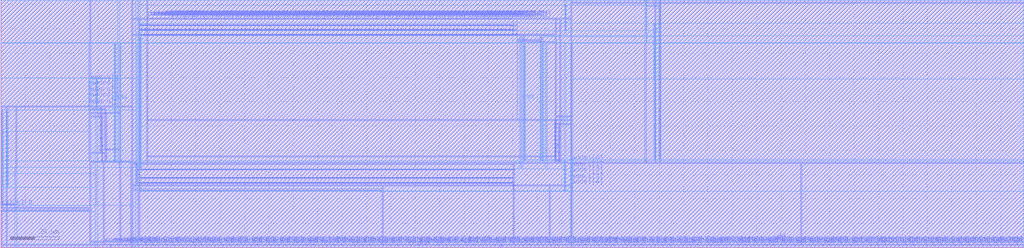
<source format=lef>
VERSION 5.4 ;
NAMESCASESENSITIVE ON ;
BUSBITCHARS "[]" ;
DIVIDERCHAR "/" ;
UNITS
  DATABASE MICRONS 2000 ;
END UNITS
MACRO freepdk45_sram_1w1r_32x128_32
   CLASS BLOCK ;
   SIZE 419.695 BY 101.905 ;
   SYMMETRY X Y R90 ;
   PIN din0[0]
      DIRECTION INPUT ;
      PORT
         LAYER metal3 ;
         RECT  53.83 1.105 53.965 1.24 ;
      END
   END din0[0]
   PIN din0[1]
      DIRECTION INPUT ;
      PORT
         LAYER metal3 ;
         RECT  56.69 1.105 56.825 1.24 ;
      END
   END din0[1]
   PIN din0[2]
      DIRECTION INPUT ;
      PORT
         LAYER metal3 ;
         RECT  59.55 1.105 59.685 1.24 ;
      END
   END din0[2]
   PIN din0[3]
      DIRECTION INPUT ;
      PORT
         LAYER metal3 ;
         RECT  62.41 1.105 62.545 1.24 ;
      END
   END din0[3]
   PIN din0[4]
      DIRECTION INPUT ;
      PORT
         LAYER metal3 ;
         RECT  65.27 1.105 65.405 1.24 ;
      END
   END din0[4]
   PIN din0[5]
      DIRECTION INPUT ;
      PORT
         LAYER metal3 ;
         RECT  68.13 1.105 68.265 1.24 ;
      END
   END din0[5]
   PIN din0[6]
      DIRECTION INPUT ;
      PORT
         LAYER metal3 ;
         RECT  70.99 1.105 71.125 1.24 ;
      END
   END din0[6]
   PIN din0[7]
      DIRECTION INPUT ;
      PORT
         LAYER metal3 ;
         RECT  73.85 1.105 73.985 1.24 ;
      END
   END din0[7]
   PIN din0[8]
      DIRECTION INPUT ;
      PORT
         LAYER metal3 ;
         RECT  76.71 1.105 76.845 1.24 ;
      END
   END din0[8]
   PIN din0[9]
      DIRECTION INPUT ;
      PORT
         LAYER metal3 ;
         RECT  79.57 1.105 79.705 1.24 ;
      END
   END din0[9]
   PIN din0[10]
      DIRECTION INPUT ;
      PORT
         LAYER metal3 ;
         RECT  82.43 1.105 82.565 1.24 ;
      END
   END din0[10]
   PIN din0[11]
      DIRECTION INPUT ;
      PORT
         LAYER metal3 ;
         RECT  85.29 1.105 85.425 1.24 ;
      END
   END din0[11]
   PIN din0[12]
      DIRECTION INPUT ;
      PORT
         LAYER metal3 ;
         RECT  88.15 1.105 88.285 1.24 ;
      END
   END din0[12]
   PIN din0[13]
      DIRECTION INPUT ;
      PORT
         LAYER metal3 ;
         RECT  91.01 1.105 91.145 1.24 ;
      END
   END din0[13]
   PIN din0[14]
      DIRECTION INPUT ;
      PORT
         LAYER metal3 ;
         RECT  93.87 1.105 94.005 1.24 ;
      END
   END din0[14]
   PIN din0[15]
      DIRECTION INPUT ;
      PORT
         LAYER metal3 ;
         RECT  96.73 1.105 96.865 1.24 ;
      END
   END din0[15]
   PIN din0[16]
      DIRECTION INPUT ;
      PORT
         LAYER metal3 ;
         RECT  99.59 1.105 99.725 1.24 ;
      END
   END din0[16]
   PIN din0[17]
      DIRECTION INPUT ;
      PORT
         LAYER metal3 ;
         RECT  102.45 1.105 102.585 1.24 ;
      END
   END din0[17]
   PIN din0[18]
      DIRECTION INPUT ;
      PORT
         LAYER metal3 ;
         RECT  105.31 1.105 105.445 1.24 ;
      END
   END din0[18]
   PIN din0[19]
      DIRECTION INPUT ;
      PORT
         LAYER metal3 ;
         RECT  108.17 1.105 108.305 1.24 ;
      END
   END din0[19]
   PIN din0[20]
      DIRECTION INPUT ;
      PORT
         LAYER metal3 ;
         RECT  111.03 1.105 111.165 1.24 ;
      END
   END din0[20]
   PIN din0[21]
      DIRECTION INPUT ;
      PORT
         LAYER metal3 ;
         RECT  113.89 1.105 114.025 1.24 ;
      END
   END din0[21]
   PIN din0[22]
      DIRECTION INPUT ;
      PORT
         LAYER metal3 ;
         RECT  116.75 1.105 116.885 1.24 ;
      END
   END din0[22]
   PIN din0[23]
      DIRECTION INPUT ;
      PORT
         LAYER metal3 ;
         RECT  119.61 1.105 119.745 1.24 ;
      END
   END din0[23]
   PIN din0[24]
      DIRECTION INPUT ;
      PORT
         LAYER metal3 ;
         RECT  122.47 1.105 122.605 1.24 ;
      END
   END din0[24]
   PIN din0[25]
      DIRECTION INPUT ;
      PORT
         LAYER metal3 ;
         RECT  125.33 1.105 125.465 1.24 ;
      END
   END din0[25]
   PIN din0[26]
      DIRECTION INPUT ;
      PORT
         LAYER metal3 ;
         RECT  128.19 1.105 128.325 1.24 ;
      END
   END din0[26]
   PIN din0[27]
      DIRECTION INPUT ;
      PORT
         LAYER metal3 ;
         RECT  131.05 1.105 131.185 1.24 ;
      END
   END din0[27]
   PIN din0[28]
      DIRECTION INPUT ;
      PORT
         LAYER metal3 ;
         RECT  133.91 1.105 134.045 1.24 ;
      END
   END din0[28]
   PIN din0[29]
      DIRECTION INPUT ;
      PORT
         LAYER metal3 ;
         RECT  136.77 1.105 136.905 1.24 ;
      END
   END din0[29]
   PIN din0[30]
      DIRECTION INPUT ;
      PORT
         LAYER metal3 ;
         RECT  139.63 1.105 139.765 1.24 ;
      END
   END din0[30]
   PIN din0[31]
      DIRECTION INPUT ;
      PORT
         LAYER metal3 ;
         RECT  142.49 1.105 142.625 1.24 ;
      END
   END din0[31]
   PIN din0[32]
      DIRECTION INPUT ;
      PORT
         LAYER metal3 ;
         RECT  145.35 1.105 145.485 1.24 ;
      END
   END din0[32]
   PIN din0[33]
      DIRECTION INPUT ;
      PORT
         LAYER metal3 ;
         RECT  148.21 1.105 148.345 1.24 ;
      END
   END din0[33]
   PIN din0[34]
      DIRECTION INPUT ;
      PORT
         LAYER metal3 ;
         RECT  151.07 1.105 151.205 1.24 ;
      END
   END din0[34]
   PIN din0[35]
      DIRECTION INPUT ;
      PORT
         LAYER metal3 ;
         RECT  153.93 1.105 154.065 1.24 ;
      END
   END din0[35]
   PIN din0[36]
      DIRECTION INPUT ;
      PORT
         LAYER metal3 ;
         RECT  156.79 1.105 156.925 1.24 ;
      END
   END din0[36]
   PIN din0[37]
      DIRECTION INPUT ;
      PORT
         LAYER metal3 ;
         RECT  159.65 1.105 159.785 1.24 ;
      END
   END din0[37]
   PIN din0[38]
      DIRECTION INPUT ;
      PORT
         LAYER metal3 ;
         RECT  162.51 1.105 162.645 1.24 ;
      END
   END din0[38]
   PIN din0[39]
      DIRECTION INPUT ;
      PORT
         LAYER metal3 ;
         RECT  165.37 1.105 165.505 1.24 ;
      END
   END din0[39]
   PIN din0[40]
      DIRECTION INPUT ;
      PORT
         LAYER metal3 ;
         RECT  168.23 1.105 168.365 1.24 ;
      END
   END din0[40]
   PIN din0[41]
      DIRECTION INPUT ;
      PORT
         LAYER metal3 ;
         RECT  171.09 1.105 171.225 1.24 ;
      END
   END din0[41]
   PIN din0[42]
      DIRECTION INPUT ;
      PORT
         LAYER metal3 ;
         RECT  173.95 1.105 174.085 1.24 ;
      END
   END din0[42]
   PIN din0[43]
      DIRECTION INPUT ;
      PORT
         LAYER metal3 ;
         RECT  176.81 1.105 176.945 1.24 ;
      END
   END din0[43]
   PIN din0[44]
      DIRECTION INPUT ;
      PORT
         LAYER metal3 ;
         RECT  179.67 1.105 179.805 1.24 ;
      END
   END din0[44]
   PIN din0[45]
      DIRECTION INPUT ;
      PORT
         LAYER metal3 ;
         RECT  182.53 1.105 182.665 1.24 ;
      END
   END din0[45]
   PIN din0[46]
      DIRECTION INPUT ;
      PORT
         LAYER metal3 ;
         RECT  185.39 1.105 185.525 1.24 ;
      END
   END din0[46]
   PIN din0[47]
      DIRECTION INPUT ;
      PORT
         LAYER metal3 ;
         RECT  188.25 1.105 188.385 1.24 ;
      END
   END din0[47]
   PIN din0[48]
      DIRECTION INPUT ;
      PORT
         LAYER metal3 ;
         RECT  191.11 1.105 191.245 1.24 ;
      END
   END din0[48]
   PIN din0[49]
      DIRECTION INPUT ;
      PORT
         LAYER metal3 ;
         RECT  193.97 1.105 194.105 1.24 ;
      END
   END din0[49]
   PIN din0[50]
      DIRECTION INPUT ;
      PORT
         LAYER metal3 ;
         RECT  196.83 1.105 196.965 1.24 ;
      END
   END din0[50]
   PIN din0[51]
      DIRECTION INPUT ;
      PORT
         LAYER metal3 ;
         RECT  199.69 1.105 199.825 1.24 ;
      END
   END din0[51]
   PIN din0[52]
      DIRECTION INPUT ;
      PORT
         LAYER metal3 ;
         RECT  202.55 1.105 202.685 1.24 ;
      END
   END din0[52]
   PIN din0[53]
      DIRECTION INPUT ;
      PORT
         LAYER metal3 ;
         RECT  205.41 1.105 205.545 1.24 ;
      END
   END din0[53]
   PIN din0[54]
      DIRECTION INPUT ;
      PORT
         LAYER metal3 ;
         RECT  208.27 1.105 208.405 1.24 ;
      END
   END din0[54]
   PIN din0[55]
      DIRECTION INPUT ;
      PORT
         LAYER metal3 ;
         RECT  211.13 1.105 211.265 1.24 ;
      END
   END din0[55]
   PIN din0[56]
      DIRECTION INPUT ;
      PORT
         LAYER metal3 ;
         RECT  213.99 1.105 214.125 1.24 ;
      END
   END din0[56]
   PIN din0[57]
      DIRECTION INPUT ;
      PORT
         LAYER metal3 ;
         RECT  216.85 1.105 216.985 1.24 ;
      END
   END din0[57]
   PIN din0[58]
      DIRECTION INPUT ;
      PORT
         LAYER metal3 ;
         RECT  219.71 1.105 219.845 1.24 ;
      END
   END din0[58]
   PIN din0[59]
      DIRECTION INPUT ;
      PORT
         LAYER metal3 ;
         RECT  222.57 1.105 222.705 1.24 ;
      END
   END din0[59]
   PIN din0[60]
      DIRECTION INPUT ;
      PORT
         LAYER metal3 ;
         RECT  225.43 1.105 225.565 1.24 ;
      END
   END din0[60]
   PIN din0[61]
      DIRECTION INPUT ;
      PORT
         LAYER metal3 ;
         RECT  228.29 1.105 228.425 1.24 ;
      END
   END din0[61]
   PIN din0[62]
      DIRECTION INPUT ;
      PORT
         LAYER metal3 ;
         RECT  231.15 1.105 231.285 1.24 ;
      END
   END din0[62]
   PIN din0[63]
      DIRECTION INPUT ;
      PORT
         LAYER metal3 ;
         RECT  234.01 1.105 234.145 1.24 ;
      END
   END din0[63]
   PIN din0[64]
      DIRECTION INPUT ;
      PORT
         LAYER metal3 ;
         RECT  236.87 1.105 237.005 1.24 ;
      END
   END din0[64]
   PIN din0[65]
      DIRECTION INPUT ;
      PORT
         LAYER metal3 ;
         RECT  239.73 1.105 239.865 1.24 ;
      END
   END din0[65]
   PIN din0[66]
      DIRECTION INPUT ;
      PORT
         LAYER metal3 ;
         RECT  242.59 1.105 242.725 1.24 ;
      END
   END din0[66]
   PIN din0[67]
      DIRECTION INPUT ;
      PORT
         LAYER metal3 ;
         RECT  245.45 1.105 245.585 1.24 ;
      END
   END din0[67]
   PIN din0[68]
      DIRECTION INPUT ;
      PORT
         LAYER metal3 ;
         RECT  248.31 1.105 248.445 1.24 ;
      END
   END din0[68]
   PIN din0[69]
      DIRECTION INPUT ;
      PORT
         LAYER metal3 ;
         RECT  251.17 1.105 251.305 1.24 ;
      END
   END din0[69]
   PIN din0[70]
      DIRECTION INPUT ;
      PORT
         LAYER metal3 ;
         RECT  254.03 1.105 254.165 1.24 ;
      END
   END din0[70]
   PIN din0[71]
      DIRECTION INPUT ;
      PORT
         LAYER metal3 ;
         RECT  256.89 1.105 257.025 1.24 ;
      END
   END din0[71]
   PIN din0[72]
      DIRECTION INPUT ;
      PORT
         LAYER metal3 ;
         RECT  259.75 1.105 259.885 1.24 ;
      END
   END din0[72]
   PIN din0[73]
      DIRECTION INPUT ;
      PORT
         LAYER metal3 ;
         RECT  262.61 1.105 262.745 1.24 ;
      END
   END din0[73]
   PIN din0[74]
      DIRECTION INPUT ;
      PORT
         LAYER metal3 ;
         RECT  265.47 1.105 265.605 1.24 ;
      END
   END din0[74]
   PIN din0[75]
      DIRECTION INPUT ;
      PORT
         LAYER metal3 ;
         RECT  268.33 1.105 268.465 1.24 ;
      END
   END din0[75]
   PIN din0[76]
      DIRECTION INPUT ;
      PORT
         LAYER metal3 ;
         RECT  271.19 1.105 271.325 1.24 ;
      END
   END din0[76]
   PIN din0[77]
      DIRECTION INPUT ;
      PORT
         LAYER metal3 ;
         RECT  274.05 1.105 274.185 1.24 ;
      END
   END din0[77]
   PIN din0[78]
      DIRECTION INPUT ;
      PORT
         LAYER metal3 ;
         RECT  276.91 1.105 277.045 1.24 ;
      END
   END din0[78]
   PIN din0[79]
      DIRECTION INPUT ;
      PORT
         LAYER metal3 ;
         RECT  279.77 1.105 279.905 1.24 ;
      END
   END din0[79]
   PIN din0[80]
      DIRECTION INPUT ;
      PORT
         LAYER metal3 ;
         RECT  282.63 1.105 282.765 1.24 ;
      END
   END din0[80]
   PIN din0[81]
      DIRECTION INPUT ;
      PORT
         LAYER metal3 ;
         RECT  285.49 1.105 285.625 1.24 ;
      END
   END din0[81]
   PIN din0[82]
      DIRECTION INPUT ;
      PORT
         LAYER metal3 ;
         RECT  288.35 1.105 288.485 1.24 ;
      END
   END din0[82]
   PIN din0[83]
      DIRECTION INPUT ;
      PORT
         LAYER metal3 ;
         RECT  291.21 1.105 291.345 1.24 ;
      END
   END din0[83]
   PIN din0[84]
      DIRECTION INPUT ;
      PORT
         LAYER metal3 ;
         RECT  294.07 1.105 294.205 1.24 ;
      END
   END din0[84]
   PIN din0[85]
      DIRECTION INPUT ;
      PORT
         LAYER metal3 ;
         RECT  296.93 1.105 297.065 1.24 ;
      END
   END din0[85]
   PIN din0[86]
      DIRECTION INPUT ;
      PORT
         LAYER metal3 ;
         RECT  299.79 1.105 299.925 1.24 ;
      END
   END din0[86]
   PIN din0[87]
      DIRECTION INPUT ;
      PORT
         LAYER metal3 ;
         RECT  302.65 1.105 302.785 1.24 ;
      END
   END din0[87]
   PIN din0[88]
      DIRECTION INPUT ;
      PORT
         LAYER metal3 ;
         RECT  305.51 1.105 305.645 1.24 ;
      END
   END din0[88]
   PIN din0[89]
      DIRECTION INPUT ;
      PORT
         LAYER metal3 ;
         RECT  308.37 1.105 308.505 1.24 ;
      END
   END din0[89]
   PIN din0[90]
      DIRECTION INPUT ;
      PORT
         LAYER metal3 ;
         RECT  311.23 1.105 311.365 1.24 ;
      END
   END din0[90]
   PIN din0[91]
      DIRECTION INPUT ;
      PORT
         LAYER metal3 ;
         RECT  314.09 1.105 314.225 1.24 ;
      END
   END din0[91]
   PIN din0[92]
      DIRECTION INPUT ;
      PORT
         LAYER metal3 ;
         RECT  316.95 1.105 317.085 1.24 ;
      END
   END din0[92]
   PIN din0[93]
      DIRECTION INPUT ;
      PORT
         LAYER metal3 ;
         RECT  319.81 1.105 319.945 1.24 ;
      END
   END din0[93]
   PIN din0[94]
      DIRECTION INPUT ;
      PORT
         LAYER metal3 ;
         RECT  322.67 1.105 322.805 1.24 ;
      END
   END din0[94]
   PIN din0[95]
      DIRECTION INPUT ;
      PORT
         LAYER metal3 ;
         RECT  325.53 1.105 325.665 1.24 ;
      END
   END din0[95]
   PIN din0[96]
      DIRECTION INPUT ;
      PORT
         LAYER metal3 ;
         RECT  328.39 1.105 328.525 1.24 ;
      END
   END din0[96]
   PIN din0[97]
      DIRECTION INPUT ;
      PORT
         LAYER metal3 ;
         RECT  331.25 1.105 331.385 1.24 ;
      END
   END din0[97]
   PIN din0[98]
      DIRECTION INPUT ;
      PORT
         LAYER metal3 ;
         RECT  334.11 1.105 334.245 1.24 ;
      END
   END din0[98]
   PIN din0[99]
      DIRECTION INPUT ;
      PORT
         LAYER metal3 ;
         RECT  336.97 1.105 337.105 1.24 ;
      END
   END din0[99]
   PIN din0[100]
      DIRECTION INPUT ;
      PORT
         LAYER metal3 ;
         RECT  339.83 1.105 339.965 1.24 ;
      END
   END din0[100]
   PIN din0[101]
      DIRECTION INPUT ;
      PORT
         LAYER metal3 ;
         RECT  342.69 1.105 342.825 1.24 ;
      END
   END din0[101]
   PIN din0[102]
      DIRECTION INPUT ;
      PORT
         LAYER metal3 ;
         RECT  345.55 1.105 345.685 1.24 ;
      END
   END din0[102]
   PIN din0[103]
      DIRECTION INPUT ;
      PORT
         LAYER metal3 ;
         RECT  348.41 1.105 348.545 1.24 ;
      END
   END din0[103]
   PIN din0[104]
      DIRECTION INPUT ;
      PORT
         LAYER metal3 ;
         RECT  351.27 1.105 351.405 1.24 ;
      END
   END din0[104]
   PIN din0[105]
      DIRECTION INPUT ;
      PORT
         LAYER metal3 ;
         RECT  354.13 1.105 354.265 1.24 ;
      END
   END din0[105]
   PIN din0[106]
      DIRECTION INPUT ;
      PORT
         LAYER metal3 ;
         RECT  356.99 1.105 357.125 1.24 ;
      END
   END din0[106]
   PIN din0[107]
      DIRECTION INPUT ;
      PORT
         LAYER metal3 ;
         RECT  359.85 1.105 359.985 1.24 ;
      END
   END din0[107]
   PIN din0[108]
      DIRECTION INPUT ;
      PORT
         LAYER metal3 ;
         RECT  362.71 1.105 362.845 1.24 ;
      END
   END din0[108]
   PIN din0[109]
      DIRECTION INPUT ;
      PORT
         LAYER metal3 ;
         RECT  365.57 1.105 365.705 1.24 ;
      END
   END din0[109]
   PIN din0[110]
      DIRECTION INPUT ;
      PORT
         LAYER metal3 ;
         RECT  368.43 1.105 368.565 1.24 ;
      END
   END din0[110]
   PIN din0[111]
      DIRECTION INPUT ;
      PORT
         LAYER metal3 ;
         RECT  371.29 1.105 371.425 1.24 ;
      END
   END din0[111]
   PIN din0[112]
      DIRECTION INPUT ;
      PORT
         LAYER metal3 ;
         RECT  374.15 1.105 374.285 1.24 ;
      END
   END din0[112]
   PIN din0[113]
      DIRECTION INPUT ;
      PORT
         LAYER metal3 ;
         RECT  377.01 1.105 377.145 1.24 ;
      END
   END din0[113]
   PIN din0[114]
      DIRECTION INPUT ;
      PORT
         LAYER metal3 ;
         RECT  379.87 1.105 380.005 1.24 ;
      END
   END din0[114]
   PIN din0[115]
      DIRECTION INPUT ;
      PORT
         LAYER metal3 ;
         RECT  382.73 1.105 382.865 1.24 ;
      END
   END din0[115]
   PIN din0[116]
      DIRECTION INPUT ;
      PORT
         LAYER metal3 ;
         RECT  385.59 1.105 385.725 1.24 ;
      END
   END din0[116]
   PIN din0[117]
      DIRECTION INPUT ;
      PORT
         LAYER metal3 ;
         RECT  388.45 1.105 388.585 1.24 ;
      END
   END din0[117]
   PIN din0[118]
      DIRECTION INPUT ;
      PORT
         LAYER metal3 ;
         RECT  391.31 1.105 391.445 1.24 ;
      END
   END din0[118]
   PIN din0[119]
      DIRECTION INPUT ;
      PORT
         LAYER metal3 ;
         RECT  394.17 1.105 394.305 1.24 ;
      END
   END din0[119]
   PIN din0[120]
      DIRECTION INPUT ;
      PORT
         LAYER metal3 ;
         RECT  397.03 1.105 397.165 1.24 ;
      END
   END din0[120]
   PIN din0[121]
      DIRECTION INPUT ;
      PORT
         LAYER metal3 ;
         RECT  399.89 1.105 400.025 1.24 ;
      END
   END din0[121]
   PIN din0[122]
      DIRECTION INPUT ;
      PORT
         LAYER metal3 ;
         RECT  402.75 1.105 402.885 1.24 ;
      END
   END din0[122]
   PIN din0[123]
      DIRECTION INPUT ;
      PORT
         LAYER metal3 ;
         RECT  405.61 1.105 405.745 1.24 ;
      END
   END din0[123]
   PIN din0[124]
      DIRECTION INPUT ;
      PORT
         LAYER metal3 ;
         RECT  408.47 1.105 408.605 1.24 ;
      END
   END din0[124]
   PIN din0[125]
      DIRECTION INPUT ;
      PORT
         LAYER metal3 ;
         RECT  411.33 1.105 411.465 1.24 ;
      END
   END din0[125]
   PIN din0[126]
      DIRECTION INPUT ;
      PORT
         LAYER metal3 ;
         RECT  414.19 1.105 414.325 1.24 ;
      END
   END din0[126]
   PIN din0[127]
      DIRECTION INPUT ;
      PORT
         LAYER metal3 ;
         RECT  417.05 1.105 417.185 1.24 ;
      END
   END din0[127]
   PIN addr0[0]
      DIRECTION INPUT ;
      PORT
         LAYER metal3 ;
         RECT  36.67 57.9425 36.805 58.0775 ;
      END
   END addr0[0]
   PIN addr0[1]
      DIRECTION INPUT ;
      PORT
         LAYER metal3 ;
         RECT  36.67 60.6725 36.805 60.8075 ;
      END
   END addr0[1]
   PIN addr0[2]
      DIRECTION INPUT ;
      PORT
         LAYER metal3 ;
         RECT  36.67 62.8825 36.805 63.0175 ;
      END
   END addr0[2]
   PIN addr0[3]
      DIRECTION INPUT ;
      PORT
         LAYER metal3 ;
         RECT  36.67 65.6125 36.805 65.7475 ;
      END
   END addr0[3]
   PIN addr0[4]
      DIRECTION INPUT ;
      PORT
         LAYER metal3 ;
         RECT  36.67 67.8225 36.805 67.9575 ;
      END
   END addr0[4]
   PIN addr1[0]
      DIRECTION INPUT ;
      PORT
         LAYER metal3 ;
         RECT  233.91 34.8025 234.045 34.9375 ;
      END
   END addr1[0]
   PIN addr1[1]
      DIRECTION INPUT ;
      PORT
         LAYER metal3 ;
         RECT  233.91 32.0725 234.045 32.2075 ;
      END
   END addr1[1]
   PIN addr1[2]
      DIRECTION INPUT ;
      PORT
         LAYER metal3 ;
         RECT  233.91 29.8625 234.045 29.9975 ;
      END
   END addr1[2]
   PIN addr1[3]
      DIRECTION INPUT ;
      PORT
         LAYER metal3 ;
         RECT  233.91 27.1325 234.045 27.2675 ;
      END
   END addr1[3]
   PIN addr1[4]
      DIRECTION INPUT ;
      PORT
         LAYER metal3 ;
         RECT  233.91 24.9225 234.045 25.0575 ;
      END
   END addr1[4]
   PIN csb0
      DIRECTION INPUT ;
      PORT
         LAYER metal3 ;
         RECT  0.285 16.3425 0.42 16.4775 ;
      END
   END csb0
   PIN csb1
      DIRECTION INPUT ;
      PORT
         LAYER metal3 ;
         RECT  270.435 100.6625 270.57 100.7975 ;
      END
   END csb1
   PIN clk0
      DIRECTION INPUT ;
      PORT
         LAYER metal3 ;
         RECT  6.2475 16.4275 6.3825 16.5625 ;
      END
   END clk0
   PIN clk1
      DIRECTION INPUT ;
      PORT
         LAYER metal3 ;
         RECT  264.3325 100.5775 264.4675 100.7125 ;
      END
   END clk1
   PIN wmask0[0]
      DIRECTION INPUT ;
      PORT
         LAYER metal3 ;
         RECT  42.39 1.105 42.525 1.24 ;
      END
   END wmask0[0]
   PIN wmask0[1]
      DIRECTION INPUT ;
      PORT
         LAYER metal3 ;
         RECT  45.25 1.105 45.385 1.24 ;
      END
   END wmask0[1]
   PIN wmask0[2]
      DIRECTION INPUT ;
      PORT
         LAYER metal3 ;
         RECT  48.11 1.105 48.245 1.24 ;
      END
   END wmask0[2]
   PIN wmask0[3]
      DIRECTION INPUT ;
      PORT
         LAYER metal3 ;
         RECT  50.97 1.105 51.105 1.24 ;
      END
   END wmask0[3]
   PIN dout1[0]
      DIRECTION OUTPUT ;
      PORT
         LAYER metal3 ;
         RECT  60.0275 93.9525 60.1625 94.0875 ;
      END
   END dout1[0]
   PIN dout1[1]
      DIRECTION OUTPUT ;
      PORT
         LAYER metal3 ;
         RECT  61.2025 93.9525 61.3375 94.0875 ;
      END
   END dout1[1]
   PIN dout1[2]
      DIRECTION OUTPUT ;
      PORT
         LAYER metal3 ;
         RECT  62.3775 93.9525 62.5125 94.0875 ;
      END
   END dout1[2]
   PIN dout1[3]
      DIRECTION OUTPUT ;
      PORT
         LAYER metal3 ;
         RECT  63.5525 93.9525 63.6875 94.0875 ;
      END
   END dout1[3]
   PIN dout1[4]
      DIRECTION OUTPUT ;
      PORT
         LAYER metal3 ;
         RECT  64.7275 93.9525 64.8625 94.0875 ;
      END
   END dout1[4]
   PIN dout1[5]
      DIRECTION OUTPUT ;
      PORT
         LAYER metal3 ;
         RECT  65.9025 93.9525 66.0375 94.0875 ;
      END
   END dout1[5]
   PIN dout1[6]
      DIRECTION OUTPUT ;
      PORT
         LAYER metal3 ;
         RECT  67.0775 93.9525 67.2125 94.0875 ;
      END
   END dout1[6]
   PIN dout1[7]
      DIRECTION OUTPUT ;
      PORT
         LAYER metal3 ;
         RECT  68.2525 93.9525 68.3875 94.0875 ;
      END
   END dout1[7]
   PIN dout1[8]
      DIRECTION OUTPUT ;
      PORT
         LAYER metal3 ;
         RECT  69.4275 93.9525 69.5625 94.0875 ;
      END
   END dout1[8]
   PIN dout1[9]
      DIRECTION OUTPUT ;
      PORT
         LAYER metal3 ;
         RECT  70.6025 93.9525 70.7375 94.0875 ;
      END
   END dout1[9]
   PIN dout1[10]
      DIRECTION OUTPUT ;
      PORT
         LAYER metal3 ;
         RECT  71.7775 93.9525 71.9125 94.0875 ;
      END
   END dout1[10]
   PIN dout1[11]
      DIRECTION OUTPUT ;
      PORT
         LAYER metal3 ;
         RECT  72.9525 93.9525 73.0875 94.0875 ;
      END
   END dout1[11]
   PIN dout1[12]
      DIRECTION OUTPUT ;
      PORT
         LAYER metal3 ;
         RECT  74.1275 93.9525 74.2625 94.0875 ;
      END
   END dout1[12]
   PIN dout1[13]
      DIRECTION OUTPUT ;
      PORT
         LAYER metal3 ;
         RECT  75.3025 93.9525 75.4375 94.0875 ;
      END
   END dout1[13]
   PIN dout1[14]
      DIRECTION OUTPUT ;
      PORT
         LAYER metal3 ;
         RECT  76.4775 93.9525 76.6125 94.0875 ;
      END
   END dout1[14]
   PIN dout1[15]
      DIRECTION OUTPUT ;
      PORT
         LAYER metal3 ;
         RECT  77.6525 93.9525 77.7875 94.0875 ;
      END
   END dout1[15]
   PIN dout1[16]
      DIRECTION OUTPUT ;
      PORT
         LAYER metal3 ;
         RECT  78.8275 93.9525 78.9625 94.0875 ;
      END
   END dout1[16]
   PIN dout1[17]
      DIRECTION OUTPUT ;
      PORT
         LAYER metal3 ;
         RECT  80.0025 93.9525 80.1375 94.0875 ;
      END
   END dout1[17]
   PIN dout1[18]
      DIRECTION OUTPUT ;
      PORT
         LAYER metal3 ;
         RECT  81.1775 93.9525 81.3125 94.0875 ;
      END
   END dout1[18]
   PIN dout1[19]
      DIRECTION OUTPUT ;
      PORT
         LAYER metal3 ;
         RECT  82.3525 93.9525 82.4875 94.0875 ;
      END
   END dout1[19]
   PIN dout1[20]
      DIRECTION OUTPUT ;
      PORT
         LAYER metal3 ;
         RECT  83.5275 93.9525 83.6625 94.0875 ;
      END
   END dout1[20]
   PIN dout1[21]
      DIRECTION OUTPUT ;
      PORT
         LAYER metal3 ;
         RECT  84.7025 93.9525 84.8375 94.0875 ;
      END
   END dout1[21]
   PIN dout1[22]
      DIRECTION OUTPUT ;
      PORT
         LAYER metal3 ;
         RECT  85.8775 93.9525 86.0125 94.0875 ;
      END
   END dout1[22]
   PIN dout1[23]
      DIRECTION OUTPUT ;
      PORT
         LAYER metal3 ;
         RECT  87.0525 93.9525 87.1875 94.0875 ;
      END
   END dout1[23]
   PIN dout1[24]
      DIRECTION OUTPUT ;
      PORT
         LAYER metal3 ;
         RECT  88.2275 93.9525 88.3625 94.0875 ;
      END
   END dout1[24]
   PIN dout1[25]
      DIRECTION OUTPUT ;
      PORT
         LAYER metal3 ;
         RECT  89.4025 93.9525 89.5375 94.0875 ;
      END
   END dout1[25]
   PIN dout1[26]
      DIRECTION OUTPUT ;
      PORT
         LAYER metal3 ;
         RECT  90.5775 93.9525 90.7125 94.0875 ;
      END
   END dout1[26]
   PIN dout1[27]
      DIRECTION OUTPUT ;
      PORT
         LAYER metal3 ;
         RECT  91.7525 93.9525 91.8875 94.0875 ;
      END
   END dout1[27]
   PIN dout1[28]
      DIRECTION OUTPUT ;
      PORT
         LAYER metal3 ;
         RECT  92.9275 93.9525 93.0625 94.0875 ;
      END
   END dout1[28]
   PIN dout1[29]
      DIRECTION OUTPUT ;
      PORT
         LAYER metal3 ;
         RECT  94.1025 93.9525 94.2375 94.0875 ;
      END
   END dout1[29]
   PIN dout1[30]
      DIRECTION OUTPUT ;
      PORT
         LAYER metal3 ;
         RECT  95.2775 93.9525 95.4125 94.0875 ;
      END
   END dout1[30]
   PIN dout1[31]
      DIRECTION OUTPUT ;
      PORT
         LAYER metal3 ;
         RECT  96.4525 93.9525 96.5875 94.0875 ;
      END
   END dout1[31]
   PIN dout1[32]
      DIRECTION OUTPUT ;
      PORT
         LAYER metal3 ;
         RECT  97.6275 93.9525 97.7625 94.0875 ;
      END
   END dout1[32]
   PIN dout1[33]
      DIRECTION OUTPUT ;
      PORT
         LAYER metal3 ;
         RECT  98.8025 93.9525 98.9375 94.0875 ;
      END
   END dout1[33]
   PIN dout1[34]
      DIRECTION OUTPUT ;
      PORT
         LAYER metal3 ;
         RECT  99.9775 93.9525 100.1125 94.0875 ;
      END
   END dout1[34]
   PIN dout1[35]
      DIRECTION OUTPUT ;
      PORT
         LAYER metal3 ;
         RECT  101.1525 93.9525 101.2875 94.0875 ;
      END
   END dout1[35]
   PIN dout1[36]
      DIRECTION OUTPUT ;
      PORT
         LAYER metal3 ;
         RECT  102.3275 93.9525 102.4625 94.0875 ;
      END
   END dout1[36]
   PIN dout1[37]
      DIRECTION OUTPUT ;
      PORT
         LAYER metal3 ;
         RECT  103.5025 93.9525 103.6375 94.0875 ;
      END
   END dout1[37]
   PIN dout1[38]
      DIRECTION OUTPUT ;
      PORT
         LAYER metal3 ;
         RECT  104.6775 93.9525 104.8125 94.0875 ;
      END
   END dout1[38]
   PIN dout1[39]
      DIRECTION OUTPUT ;
      PORT
         LAYER metal3 ;
         RECT  105.8525 93.9525 105.9875 94.0875 ;
      END
   END dout1[39]
   PIN dout1[40]
      DIRECTION OUTPUT ;
      PORT
         LAYER metal3 ;
         RECT  107.0275 93.9525 107.1625 94.0875 ;
      END
   END dout1[40]
   PIN dout1[41]
      DIRECTION OUTPUT ;
      PORT
         LAYER metal3 ;
         RECT  108.2025 93.9525 108.3375 94.0875 ;
      END
   END dout1[41]
   PIN dout1[42]
      DIRECTION OUTPUT ;
      PORT
         LAYER metal3 ;
         RECT  109.3775 93.9525 109.5125 94.0875 ;
      END
   END dout1[42]
   PIN dout1[43]
      DIRECTION OUTPUT ;
      PORT
         LAYER metal3 ;
         RECT  110.5525 93.9525 110.6875 94.0875 ;
      END
   END dout1[43]
   PIN dout1[44]
      DIRECTION OUTPUT ;
      PORT
         LAYER metal3 ;
         RECT  111.7275 93.9525 111.8625 94.0875 ;
      END
   END dout1[44]
   PIN dout1[45]
      DIRECTION OUTPUT ;
      PORT
         LAYER metal3 ;
         RECT  112.9025 93.9525 113.0375 94.0875 ;
      END
   END dout1[45]
   PIN dout1[46]
      DIRECTION OUTPUT ;
      PORT
         LAYER metal3 ;
         RECT  114.0775 93.9525 114.2125 94.0875 ;
      END
   END dout1[46]
   PIN dout1[47]
      DIRECTION OUTPUT ;
      PORT
         LAYER metal3 ;
         RECT  115.2525 93.9525 115.3875 94.0875 ;
      END
   END dout1[47]
   PIN dout1[48]
      DIRECTION OUTPUT ;
      PORT
         LAYER metal3 ;
         RECT  116.4275 93.9525 116.5625 94.0875 ;
      END
   END dout1[48]
   PIN dout1[49]
      DIRECTION OUTPUT ;
      PORT
         LAYER metal3 ;
         RECT  117.6025 93.9525 117.7375 94.0875 ;
      END
   END dout1[49]
   PIN dout1[50]
      DIRECTION OUTPUT ;
      PORT
         LAYER metal3 ;
         RECT  118.7775 93.9525 118.9125 94.0875 ;
      END
   END dout1[50]
   PIN dout1[51]
      DIRECTION OUTPUT ;
      PORT
         LAYER metal3 ;
         RECT  119.9525 93.9525 120.0875 94.0875 ;
      END
   END dout1[51]
   PIN dout1[52]
      DIRECTION OUTPUT ;
      PORT
         LAYER metal3 ;
         RECT  121.1275 93.9525 121.2625 94.0875 ;
      END
   END dout1[52]
   PIN dout1[53]
      DIRECTION OUTPUT ;
      PORT
         LAYER metal3 ;
         RECT  122.3025 93.9525 122.4375 94.0875 ;
      END
   END dout1[53]
   PIN dout1[54]
      DIRECTION OUTPUT ;
      PORT
         LAYER metal3 ;
         RECT  123.4775 93.9525 123.6125 94.0875 ;
      END
   END dout1[54]
   PIN dout1[55]
      DIRECTION OUTPUT ;
      PORT
         LAYER metal3 ;
         RECT  124.6525 93.9525 124.7875 94.0875 ;
      END
   END dout1[55]
   PIN dout1[56]
      DIRECTION OUTPUT ;
      PORT
         LAYER metal3 ;
         RECT  125.8275 93.9525 125.9625 94.0875 ;
      END
   END dout1[56]
   PIN dout1[57]
      DIRECTION OUTPUT ;
      PORT
         LAYER metal3 ;
         RECT  127.0025 93.9525 127.1375 94.0875 ;
      END
   END dout1[57]
   PIN dout1[58]
      DIRECTION OUTPUT ;
      PORT
         LAYER metal3 ;
         RECT  128.1775 93.9525 128.3125 94.0875 ;
      END
   END dout1[58]
   PIN dout1[59]
      DIRECTION OUTPUT ;
      PORT
         LAYER metal3 ;
         RECT  129.3525 93.9525 129.4875 94.0875 ;
      END
   END dout1[59]
   PIN dout1[60]
      DIRECTION OUTPUT ;
      PORT
         LAYER metal3 ;
         RECT  130.5275 93.9525 130.6625 94.0875 ;
      END
   END dout1[60]
   PIN dout1[61]
      DIRECTION OUTPUT ;
      PORT
         LAYER metal3 ;
         RECT  131.7025 93.9525 131.8375 94.0875 ;
      END
   END dout1[61]
   PIN dout1[62]
      DIRECTION OUTPUT ;
      PORT
         LAYER metal3 ;
         RECT  132.8775 93.9525 133.0125 94.0875 ;
      END
   END dout1[62]
   PIN dout1[63]
      DIRECTION OUTPUT ;
      PORT
         LAYER metal3 ;
         RECT  134.0525 93.9525 134.1875 94.0875 ;
      END
   END dout1[63]
   PIN dout1[64]
      DIRECTION OUTPUT ;
      PORT
         LAYER metal3 ;
         RECT  135.2275 93.9525 135.3625 94.0875 ;
      END
   END dout1[64]
   PIN dout1[65]
      DIRECTION OUTPUT ;
      PORT
         LAYER metal3 ;
         RECT  136.4025 93.9525 136.5375 94.0875 ;
      END
   END dout1[65]
   PIN dout1[66]
      DIRECTION OUTPUT ;
      PORT
         LAYER metal3 ;
         RECT  137.5775 93.9525 137.7125 94.0875 ;
      END
   END dout1[66]
   PIN dout1[67]
      DIRECTION OUTPUT ;
      PORT
         LAYER metal3 ;
         RECT  138.7525 93.9525 138.8875 94.0875 ;
      END
   END dout1[67]
   PIN dout1[68]
      DIRECTION OUTPUT ;
      PORT
         LAYER metal3 ;
         RECT  139.9275 93.9525 140.0625 94.0875 ;
      END
   END dout1[68]
   PIN dout1[69]
      DIRECTION OUTPUT ;
      PORT
         LAYER metal3 ;
         RECT  141.1025 93.9525 141.2375 94.0875 ;
      END
   END dout1[69]
   PIN dout1[70]
      DIRECTION OUTPUT ;
      PORT
         LAYER metal3 ;
         RECT  142.2775 93.9525 142.4125 94.0875 ;
      END
   END dout1[70]
   PIN dout1[71]
      DIRECTION OUTPUT ;
      PORT
         LAYER metal3 ;
         RECT  143.4525 93.9525 143.5875 94.0875 ;
      END
   END dout1[71]
   PIN dout1[72]
      DIRECTION OUTPUT ;
      PORT
         LAYER metal3 ;
         RECT  144.6275 93.9525 144.7625 94.0875 ;
      END
   END dout1[72]
   PIN dout1[73]
      DIRECTION OUTPUT ;
      PORT
         LAYER metal3 ;
         RECT  145.8025 93.9525 145.9375 94.0875 ;
      END
   END dout1[73]
   PIN dout1[74]
      DIRECTION OUTPUT ;
      PORT
         LAYER metal3 ;
         RECT  146.9775 93.9525 147.1125 94.0875 ;
      END
   END dout1[74]
   PIN dout1[75]
      DIRECTION OUTPUT ;
      PORT
         LAYER metal3 ;
         RECT  148.1525 93.9525 148.2875 94.0875 ;
      END
   END dout1[75]
   PIN dout1[76]
      DIRECTION OUTPUT ;
      PORT
         LAYER metal3 ;
         RECT  149.3275 93.9525 149.4625 94.0875 ;
      END
   END dout1[76]
   PIN dout1[77]
      DIRECTION OUTPUT ;
      PORT
         LAYER metal3 ;
         RECT  150.5025 93.9525 150.6375 94.0875 ;
      END
   END dout1[77]
   PIN dout1[78]
      DIRECTION OUTPUT ;
      PORT
         LAYER metal3 ;
         RECT  151.6775 93.9525 151.8125 94.0875 ;
      END
   END dout1[78]
   PIN dout1[79]
      DIRECTION OUTPUT ;
      PORT
         LAYER metal3 ;
         RECT  152.8525 93.9525 152.9875 94.0875 ;
      END
   END dout1[79]
   PIN dout1[80]
      DIRECTION OUTPUT ;
      PORT
         LAYER metal3 ;
         RECT  154.0275 93.9525 154.1625 94.0875 ;
      END
   END dout1[80]
   PIN dout1[81]
      DIRECTION OUTPUT ;
      PORT
         LAYER metal3 ;
         RECT  155.2025 93.9525 155.3375 94.0875 ;
      END
   END dout1[81]
   PIN dout1[82]
      DIRECTION OUTPUT ;
      PORT
         LAYER metal3 ;
         RECT  156.3775 93.9525 156.5125 94.0875 ;
      END
   END dout1[82]
   PIN dout1[83]
      DIRECTION OUTPUT ;
      PORT
         LAYER metal3 ;
         RECT  157.5525 93.9525 157.6875 94.0875 ;
      END
   END dout1[83]
   PIN dout1[84]
      DIRECTION OUTPUT ;
      PORT
         LAYER metal3 ;
         RECT  158.7275 93.9525 158.8625 94.0875 ;
      END
   END dout1[84]
   PIN dout1[85]
      DIRECTION OUTPUT ;
      PORT
         LAYER metal3 ;
         RECT  159.9025 93.9525 160.0375 94.0875 ;
      END
   END dout1[85]
   PIN dout1[86]
      DIRECTION OUTPUT ;
      PORT
         LAYER metal3 ;
         RECT  161.0775 93.9525 161.2125 94.0875 ;
      END
   END dout1[86]
   PIN dout1[87]
      DIRECTION OUTPUT ;
      PORT
         LAYER metal3 ;
         RECT  162.2525 93.9525 162.3875 94.0875 ;
      END
   END dout1[87]
   PIN dout1[88]
      DIRECTION OUTPUT ;
      PORT
         LAYER metal3 ;
         RECT  163.4275 93.9525 163.5625 94.0875 ;
      END
   END dout1[88]
   PIN dout1[89]
      DIRECTION OUTPUT ;
      PORT
         LAYER metal3 ;
         RECT  164.6025 93.9525 164.7375 94.0875 ;
      END
   END dout1[89]
   PIN dout1[90]
      DIRECTION OUTPUT ;
      PORT
         LAYER metal3 ;
         RECT  165.7775 93.9525 165.9125 94.0875 ;
      END
   END dout1[90]
   PIN dout1[91]
      DIRECTION OUTPUT ;
      PORT
         LAYER metal3 ;
         RECT  166.9525 93.9525 167.0875 94.0875 ;
      END
   END dout1[91]
   PIN dout1[92]
      DIRECTION OUTPUT ;
      PORT
         LAYER metal3 ;
         RECT  168.1275 93.9525 168.2625 94.0875 ;
      END
   END dout1[92]
   PIN dout1[93]
      DIRECTION OUTPUT ;
      PORT
         LAYER metal3 ;
         RECT  169.3025 93.9525 169.4375 94.0875 ;
      END
   END dout1[93]
   PIN dout1[94]
      DIRECTION OUTPUT ;
      PORT
         LAYER metal3 ;
         RECT  170.4775 93.9525 170.6125 94.0875 ;
      END
   END dout1[94]
   PIN dout1[95]
      DIRECTION OUTPUT ;
      PORT
         LAYER metal3 ;
         RECT  171.6525 93.9525 171.7875 94.0875 ;
      END
   END dout1[95]
   PIN dout1[96]
      DIRECTION OUTPUT ;
      PORT
         LAYER metal3 ;
         RECT  172.8275 93.9525 172.9625 94.0875 ;
      END
   END dout1[96]
   PIN dout1[97]
      DIRECTION OUTPUT ;
      PORT
         LAYER metal3 ;
         RECT  174.0025 93.9525 174.1375 94.0875 ;
      END
   END dout1[97]
   PIN dout1[98]
      DIRECTION OUTPUT ;
      PORT
         LAYER metal3 ;
         RECT  175.1775 93.9525 175.3125 94.0875 ;
      END
   END dout1[98]
   PIN dout1[99]
      DIRECTION OUTPUT ;
      PORT
         LAYER metal3 ;
         RECT  176.3525 93.9525 176.4875 94.0875 ;
      END
   END dout1[99]
   PIN dout1[100]
      DIRECTION OUTPUT ;
      PORT
         LAYER metal3 ;
         RECT  177.5275 93.9525 177.6625 94.0875 ;
      END
   END dout1[100]
   PIN dout1[101]
      DIRECTION OUTPUT ;
      PORT
         LAYER metal3 ;
         RECT  178.7025 93.9525 178.8375 94.0875 ;
      END
   END dout1[101]
   PIN dout1[102]
      DIRECTION OUTPUT ;
      PORT
         LAYER metal3 ;
         RECT  179.8775 93.9525 180.0125 94.0875 ;
      END
   END dout1[102]
   PIN dout1[103]
      DIRECTION OUTPUT ;
      PORT
         LAYER metal3 ;
         RECT  181.0525 93.9525 181.1875 94.0875 ;
      END
   END dout1[103]
   PIN dout1[104]
      DIRECTION OUTPUT ;
      PORT
         LAYER metal3 ;
         RECT  182.2275 93.9525 182.3625 94.0875 ;
      END
   END dout1[104]
   PIN dout1[105]
      DIRECTION OUTPUT ;
      PORT
         LAYER metal3 ;
         RECT  183.4025 93.9525 183.5375 94.0875 ;
      END
   END dout1[105]
   PIN dout1[106]
      DIRECTION OUTPUT ;
      PORT
         LAYER metal3 ;
         RECT  184.5775 93.9525 184.7125 94.0875 ;
      END
   END dout1[106]
   PIN dout1[107]
      DIRECTION OUTPUT ;
      PORT
         LAYER metal3 ;
         RECT  185.7525 93.9525 185.8875 94.0875 ;
      END
   END dout1[107]
   PIN dout1[108]
      DIRECTION OUTPUT ;
      PORT
         LAYER metal3 ;
         RECT  186.9275 93.9525 187.0625 94.0875 ;
      END
   END dout1[108]
   PIN dout1[109]
      DIRECTION OUTPUT ;
      PORT
         LAYER metal3 ;
         RECT  188.1025 93.9525 188.2375 94.0875 ;
      END
   END dout1[109]
   PIN dout1[110]
      DIRECTION OUTPUT ;
      PORT
         LAYER metal3 ;
         RECT  189.2775 93.9525 189.4125 94.0875 ;
      END
   END dout1[110]
   PIN dout1[111]
      DIRECTION OUTPUT ;
      PORT
         LAYER metal3 ;
         RECT  190.4525 93.9525 190.5875 94.0875 ;
      END
   END dout1[111]
   PIN dout1[112]
      DIRECTION OUTPUT ;
      PORT
         LAYER metal3 ;
         RECT  191.6275 93.9525 191.7625 94.0875 ;
      END
   END dout1[112]
   PIN dout1[113]
      DIRECTION OUTPUT ;
      PORT
         LAYER metal3 ;
         RECT  192.8025 93.9525 192.9375 94.0875 ;
      END
   END dout1[113]
   PIN dout1[114]
      DIRECTION OUTPUT ;
      PORT
         LAYER metal3 ;
         RECT  193.9775 93.9525 194.1125 94.0875 ;
      END
   END dout1[114]
   PIN dout1[115]
      DIRECTION OUTPUT ;
      PORT
         LAYER metal3 ;
         RECT  195.1525 93.9525 195.2875 94.0875 ;
      END
   END dout1[115]
   PIN dout1[116]
      DIRECTION OUTPUT ;
      PORT
         LAYER metal3 ;
         RECT  196.3275 93.9525 196.4625 94.0875 ;
      END
   END dout1[116]
   PIN dout1[117]
      DIRECTION OUTPUT ;
      PORT
         LAYER metal3 ;
         RECT  197.5025 93.9525 197.6375 94.0875 ;
      END
   END dout1[117]
   PIN dout1[118]
      DIRECTION OUTPUT ;
      PORT
         LAYER metal3 ;
         RECT  198.6775 93.9525 198.8125 94.0875 ;
      END
   END dout1[118]
   PIN dout1[119]
      DIRECTION OUTPUT ;
      PORT
         LAYER metal3 ;
         RECT  199.8525 93.9525 199.9875 94.0875 ;
      END
   END dout1[119]
   PIN dout1[120]
      DIRECTION OUTPUT ;
      PORT
         LAYER metal3 ;
         RECT  201.0275 93.9525 201.1625 94.0875 ;
      END
   END dout1[120]
   PIN dout1[121]
      DIRECTION OUTPUT ;
      PORT
         LAYER metal3 ;
         RECT  202.2025 93.9525 202.3375 94.0875 ;
      END
   END dout1[121]
   PIN dout1[122]
      DIRECTION OUTPUT ;
      PORT
         LAYER metal3 ;
         RECT  203.3775 93.9525 203.5125 94.0875 ;
      END
   END dout1[122]
   PIN dout1[123]
      DIRECTION OUTPUT ;
      PORT
         LAYER metal3 ;
         RECT  204.5525 93.9525 204.6875 94.0875 ;
      END
   END dout1[123]
   PIN dout1[124]
      DIRECTION OUTPUT ;
      PORT
         LAYER metal3 ;
         RECT  205.7275 93.9525 205.8625 94.0875 ;
      END
   END dout1[124]
   PIN dout1[125]
      DIRECTION OUTPUT ;
      PORT
         LAYER metal3 ;
         RECT  206.9025 93.9525 207.0375 94.0875 ;
      END
   END dout1[125]
   PIN dout1[126]
      DIRECTION OUTPUT ;
      PORT
         LAYER metal3 ;
         RECT  208.0775 93.9525 208.2125 94.0875 ;
      END
   END dout1[126]
   PIN dout1[127]
      DIRECTION OUTPUT ;
      PORT
         LAYER metal3 ;
         RECT  209.2525 93.9525 209.3875 94.0875 ;
      END
   END dout1[127]
   PIN vdd
      DIRECTION INOUT ;
      USE POWER ; 
      SHAPE ABUTMENT ; 
      PORT
         LAYER metal3 ;
         RECT  328.1075 2.47 328.2425 2.605 ;
         LAYER metal3 ;
         RECT  48.94 35.2 49.075 35.335 ;
         LAYER metal3 ;
         RECT  227.6175 52.3525 227.7525 52.4875 ;
         LAYER metal3 ;
         RECT  305.2275 2.47 305.3625 2.605 ;
         LAYER metal3 ;
         RECT  56.8425 87.5 211.7025 87.57 ;
         LAYER metal3 ;
         RECT  210.3925 25.6375 210.5275 25.7725 ;
         LAYER metal3 ;
         RECT  156.5075 2.47 156.6425 2.605 ;
         LAYER metal3 ;
         RECT  339.5475 2.47 339.6825 2.605 ;
         LAYER metal3 ;
         RECT  221.445 84.455 221.58 84.59 ;
         LAYER metal3 ;
         RECT  87.8675 2.47 88.0025 2.605 ;
         LAYER metal3 ;
         RECT  110.7475 2.47 110.8825 2.605 ;
         LAYER metal3 ;
         RECT  64.9875 2.47 65.1225 2.605 ;
         LAYER metal4 ;
         RECT  55.695 35.905 55.835 83.885 ;
         LAYER metal3 ;
         RECT  227.2725 37.4025 227.4075 37.5375 ;
         LAYER metal3 ;
         RECT  76.4275 2.47 76.5625 2.605 ;
         LAYER metal3 ;
         RECT  42.7675 55.3425 42.9025 55.4775 ;
         LAYER metal4 ;
         RECT  39.105 17.705 39.245 32.665 ;
         LAYER metal3 ;
         RECT  55.6975 34.4125 55.8325 34.5475 ;
         LAYER metal3 ;
         RECT  42.7675 49.3625 42.9025 49.4975 ;
         LAYER metal3 ;
         RECT  122.1875 2.47 122.3225 2.605 ;
         LAYER metal3 ;
         RECT  53.5475 2.47 53.6825 2.605 ;
         LAYER metal3 ;
         RECT  42.7675 46.3725 42.9025 46.5075 ;
         LAYER metal3 ;
         RECT  145.0675 2.47 145.2025 2.605 ;
         LAYER metal3 ;
         RECT  56.8425 91.3975 210.0575 91.4675 ;
         LAYER metal3 ;
         RECT  350.9875 2.47 351.1225 2.605 ;
         LAYER metal3 ;
         RECT  396.7475 2.47 396.8825 2.605 ;
         LAYER metal3 ;
         RECT  268.295 99.2975 268.43 99.4325 ;
         LAYER metal3 ;
         RECT  43.1125 40.3925 43.2475 40.5275 ;
         LAYER metal3 ;
         RECT  179.3875 2.47 179.5225 2.605 ;
         LAYER metal4 ;
         RECT  214.685 35.905 214.825 83.885 ;
         LAYER metal3 ;
         RECT  227.6175 46.3725 227.7525 46.5075 ;
         LAYER metal4 ;
         RECT  36.385 56.835 36.525 69.39 ;
         LAYER metal4 ;
         RECT  48.32 35.905 48.46 83.955 ;
         LAYER metal3 ;
         RECT  42.1075 2.47 42.2425 2.605 ;
         LAYER metal3 ;
         RECT  2.425 17.7075 2.56 17.8425 ;
         LAYER metal3 ;
         RECT  56.8425 32.04 210.5275 32.11 ;
         LAYER metal3 ;
         RECT  99.3075 2.47 99.4425 2.605 ;
         LAYER metal3 ;
         RECT  133.6275 2.47 133.7625 2.605 ;
         LAYER metal3 ;
         RECT  190.8275 2.47 190.9625 2.605 ;
         LAYER metal3 ;
         RECT  259.4675 2.47 259.6025 2.605 ;
         LAYER metal3 ;
         RECT  227.2725 40.3925 227.4075 40.5275 ;
         LAYER metal4 ;
         RECT  234.19 23.49 234.33 36.045 ;
         LAYER metal3 ;
         RECT  56.8425 26.605 210.0575 26.675 ;
         LAYER metal3 ;
         RECT  56.7075 25.6375 56.8425 25.7725 ;
         LAYER metal3 ;
         RECT  293.7875 2.47 293.9225 2.605 ;
         LAYER metal4 ;
         RECT  56.775 32.735 56.915 86.805 ;
         LAYER metal3 ;
         RECT  225.1475 2.47 225.2825 2.605 ;
         LAYER metal3 ;
         RECT  43.1125 37.4025 43.2475 37.5375 ;
         LAYER metal4 ;
         RECT  222.06 35.905 222.2 83.955 ;
         LAYER metal3 ;
         RECT  373.8675 2.47 374.0025 2.605 ;
         LAYER metal3 ;
         RECT  213.7075 2.47 213.8425 2.605 ;
         LAYER metal3 ;
         RECT  227.6175 49.3625 227.7525 49.4975 ;
         LAYER metal3 ;
         RECT  167.9475 2.47 168.0825 2.605 ;
         LAYER metal3 ;
         RECT  362.4275 2.47 362.5625 2.605 ;
         LAYER metal3 ;
         RECT  408.1875 2.47 408.3225 2.605 ;
         LAYER metal4 ;
         RECT  270.0275 69.655 270.1675 92.0575 ;
         LAYER metal3 ;
         RECT  42.7675 52.3525 42.9025 52.4875 ;
         LAYER metal3 ;
         RECT  214.6875 85.2425 214.8225 85.3775 ;
         LAYER metal3 ;
         RECT  248.0275 2.47 248.1625 2.605 ;
         LAYER metal3 ;
         RECT  227.6175 55.3425 227.7525 55.4775 ;
         LAYER metal3 ;
         RECT  202.2675 2.47 202.4025 2.605 ;
         LAYER metal3 ;
         RECT  236.5875 2.47 236.7225 2.605 ;
         LAYER metal3 ;
         RECT  270.9075 2.47 271.0425 2.605 ;
         LAYER metal3 ;
         RECT  385.3075 2.47 385.4425 2.605 ;
         LAYER metal4 ;
         RECT  231.47 89.415 231.61 99.435 ;
         LAYER metal3 ;
         RECT  282.3475 2.47 282.4825 2.605 ;
         LAYER metal4 ;
         RECT  0.6875 25.0825 0.8275 47.485 ;
         LAYER metal4 ;
         RECT  213.605 32.735 213.745 86.805 ;
         LAYER metal3 ;
         RECT  316.6675 2.47 316.8025 2.605 ;
      END
   END vdd
   PIN gnd
      DIRECTION INOUT ;
      USE GROUND ; 
      SHAPE ABUTMENT ; 
      PORT
         LAYER metal3 ;
         RECT  205.1275 0.0 205.2625 0.135 ;
         LAYER metal3 ;
         RECT  229.425 50.8575 229.56 50.9925 ;
         LAYER metal3 ;
         RECT  41.585 38.8975 41.72 39.0325 ;
         LAYER metal3 ;
         RECT  41.585 35.9075 41.72 36.0425 ;
         LAYER metal3 ;
         RECT  268.295 101.7675 268.43 101.9025 ;
         LAYER metal3 ;
         RECT  79.2875 0.0 79.4225 0.135 ;
         LAYER metal3 ;
         RECT  229.425 53.8475 229.56 53.9825 ;
         LAYER metal3 ;
         RECT  388.1675 0.0 388.3025 0.135 ;
         LAYER metal3 ;
         RECT  273.7675 0.0 273.9025 0.135 ;
         LAYER metal4 ;
         RECT  267.965 69.6225 268.105 92.025 ;
         LAYER metal4 ;
         RECT  6.105 15.235 6.245 30.195 ;
         LAYER metal3 ;
         RECT  44.9675 0.0 45.1025 0.135 ;
         LAYER metal4 ;
         RECT  213.145 32.735 213.285 86.805 ;
         LAYER metal3 ;
         RECT  56.8425 89.505 210.0925 89.575 ;
         LAYER metal4 ;
         RECT  48.88 35.8725 49.02 83.9175 ;
         LAYER metal3 ;
         RECT  40.96 53.8475 41.095 53.9825 ;
         LAYER metal3 ;
         RECT  125.0475 0.0 125.1825 0.135 ;
         LAYER metal3 ;
         RECT  56.4075 0.0 56.5425 0.135 ;
         LAYER metal3 ;
         RECT  40.96 44.8775 41.095 45.0125 ;
         LAYER metal3 ;
         RECT  40.96 56.8375 41.095 56.9725 ;
         LAYER metal3 ;
         RECT  229.425 56.8375 229.56 56.9725 ;
         LAYER metal4 ;
         RECT  2.75 25.115 2.89 47.5175 ;
         LAYER metal3 ;
         RECT  2.425 15.2375 2.56 15.3725 ;
         LAYER metal3 ;
         RECT  90.7275 0.0 90.8625 0.135 ;
         LAYER metal3 ;
         RECT  353.8475 0.0 353.9825 0.135 ;
         LAYER metal3 ;
         RECT  147.9275 0.0 148.0625 0.135 ;
         LAYER metal3 ;
         RECT  102.1675 0.0 102.3025 0.135 ;
         LAYER metal4 ;
         RECT  264.47 86.945 264.61 101.905 ;
         LAYER metal3 ;
         RECT  41.585 41.8875 41.72 42.0225 ;
         LAYER metal3 ;
         RECT  229.425 44.8775 229.56 45.0125 ;
         LAYER metal3 ;
         RECT  228.8 41.8875 228.935 42.0225 ;
         LAYER metal3 ;
         RECT  113.6075 0.0 113.7425 0.135 ;
         LAYER metal3 ;
         RECT  193.6875 0.0 193.8225 0.135 ;
         LAYER metal3 ;
         RECT  285.2075 0.0 285.3425 0.135 ;
         LAYER metal3 ;
         RECT  330.9675 0.0 331.1025 0.135 ;
         LAYER metal3 ;
         RECT  399.6075 0.0 399.7425 0.135 ;
         LAYER metal4 ;
         RECT  223.65 35.8725 223.79 83.955 ;
         LAYER metal3 ;
         RECT  67.8475 0.0 67.9825 0.135 ;
         LAYER metal3 ;
         RECT  262.3275 0.0 262.4625 0.135 ;
         LAYER metal3 ;
         RECT  239.4475 0.0 239.5825 0.135 ;
         LAYER metal4 ;
         RECT  231.33 23.555 231.47 36.11 ;
         LAYER metal3 ;
         RECT  228.0075 0.0 228.1425 0.135 ;
         LAYER metal3 ;
         RECT  40.96 50.8575 41.095 50.9925 ;
         LAYER metal3 ;
         RECT  228.8 38.8975 228.935 39.0325 ;
         LAYER metal3 ;
         RECT  159.3675 0.0 159.5025 0.135 ;
         LAYER metal3 ;
         RECT  210.3925 23.8175 210.5275 23.9525 ;
         LAYER metal3 ;
         RECT  56.8425 28.655 210.0575 28.725 ;
         LAYER metal3 ;
         RECT  56.7075 23.8175 56.8425 23.9525 ;
         LAYER metal3 ;
         RECT  40.96 47.8675 41.095 48.0025 ;
         LAYER metal4 ;
         RECT  57.235 32.735 57.375 86.805 ;
         LAYER metal3 ;
         RECT  411.0475 0.0 411.1825 0.135 ;
         LAYER metal3 ;
         RECT  376.7275 0.0 376.8625 0.135 ;
         LAYER metal4 ;
         RECT  39.245 56.77 39.385 69.325 ;
         LAYER metal3 ;
         RECT  365.2875 0.0 365.4225 0.135 ;
         LAYER metal3 ;
         RECT  342.4075 0.0 342.5425 0.135 ;
         LAYER metal4 ;
         RECT  221.5 35.8725 221.64 83.9175 ;
         LAYER metal4 ;
         RECT  46.73 35.8725 46.87 83.955 ;
         LAYER metal3 ;
         RECT  216.5675 0.0 216.7025 0.135 ;
         LAYER metal3 ;
         RECT  136.4875 0.0 136.6225 0.135 ;
         LAYER metal3 ;
         RECT  182.2475 0.0 182.3825 0.135 ;
         LAYER metal3 ;
         RECT  296.6475 0.0 296.7825 0.135 ;
         LAYER metal3 ;
         RECT  308.0875 0.0 308.2225 0.135 ;
         LAYER metal3 ;
         RECT  228.8 35.9075 228.935 36.0425 ;
         LAYER metal3 ;
         RECT  250.8875 0.0 251.0225 0.135 ;
         LAYER metal3 ;
         RECT  229.425 47.8675 229.56 48.0025 ;
         LAYER metal3 ;
         RECT  319.5275 0.0 319.6625 0.135 ;
         LAYER metal3 ;
         RECT  170.8075 0.0 170.9425 0.135 ;
      END
   END gnd
   OBS
   LAYER  metal1 ;
      RECT  0.14 0.14 419.555 101.765 ;
   LAYER  metal2 ;
      RECT  0.14 0.14 419.555 101.765 ;
   LAYER  metal3 ;
      RECT  53.69 0.14 54.105 0.965 ;
      RECT  54.105 0.965 56.55 1.38 ;
      RECT  56.965 0.965 59.41 1.38 ;
      RECT  59.825 0.965 62.27 1.38 ;
      RECT  62.685 0.965 65.13 1.38 ;
      RECT  65.545 0.965 67.99 1.38 ;
      RECT  68.405 0.965 70.85 1.38 ;
      RECT  71.265 0.965 73.71 1.38 ;
      RECT  74.125 0.965 76.57 1.38 ;
      RECT  76.985 0.965 79.43 1.38 ;
      RECT  79.845 0.965 82.29 1.38 ;
      RECT  82.705 0.965 85.15 1.38 ;
      RECT  85.565 0.965 88.01 1.38 ;
      RECT  88.425 0.965 90.87 1.38 ;
      RECT  91.285 0.965 93.73 1.38 ;
      RECT  94.145 0.965 96.59 1.38 ;
      RECT  97.005 0.965 99.45 1.38 ;
      RECT  99.865 0.965 102.31 1.38 ;
      RECT  102.725 0.965 105.17 1.38 ;
      RECT  105.585 0.965 108.03 1.38 ;
      RECT  108.445 0.965 110.89 1.38 ;
      RECT  111.305 0.965 113.75 1.38 ;
      RECT  114.165 0.965 116.61 1.38 ;
      RECT  117.025 0.965 119.47 1.38 ;
      RECT  119.885 0.965 122.33 1.38 ;
      RECT  122.745 0.965 125.19 1.38 ;
      RECT  125.605 0.965 128.05 1.38 ;
      RECT  128.465 0.965 130.91 1.38 ;
      RECT  131.325 0.965 133.77 1.38 ;
      RECT  134.185 0.965 136.63 1.38 ;
      RECT  137.045 0.965 139.49 1.38 ;
      RECT  139.905 0.965 142.35 1.38 ;
      RECT  142.765 0.965 145.21 1.38 ;
      RECT  145.625 0.965 148.07 1.38 ;
      RECT  148.485 0.965 150.93 1.38 ;
      RECT  151.345 0.965 153.79 1.38 ;
      RECT  154.205 0.965 156.65 1.38 ;
      RECT  157.065 0.965 159.51 1.38 ;
      RECT  159.925 0.965 162.37 1.38 ;
      RECT  162.785 0.965 165.23 1.38 ;
      RECT  165.645 0.965 168.09 1.38 ;
      RECT  168.505 0.965 170.95 1.38 ;
      RECT  171.365 0.965 173.81 1.38 ;
      RECT  174.225 0.965 176.67 1.38 ;
      RECT  177.085 0.965 179.53 1.38 ;
      RECT  179.945 0.965 182.39 1.38 ;
      RECT  182.805 0.965 185.25 1.38 ;
      RECT  185.665 0.965 188.11 1.38 ;
      RECT  188.525 0.965 190.97 1.38 ;
      RECT  191.385 0.965 193.83 1.38 ;
      RECT  194.245 0.965 196.69 1.38 ;
      RECT  197.105 0.965 199.55 1.38 ;
      RECT  199.965 0.965 202.41 1.38 ;
      RECT  202.825 0.965 205.27 1.38 ;
      RECT  205.685 0.965 208.13 1.38 ;
      RECT  208.545 0.965 210.99 1.38 ;
      RECT  211.405 0.965 213.85 1.38 ;
      RECT  214.265 0.965 216.71 1.38 ;
      RECT  217.125 0.965 219.57 1.38 ;
      RECT  219.985 0.965 222.43 1.38 ;
      RECT  222.845 0.965 225.29 1.38 ;
      RECT  225.705 0.965 228.15 1.38 ;
      RECT  228.565 0.965 231.01 1.38 ;
      RECT  231.425 0.965 233.87 1.38 ;
      RECT  234.285 0.965 236.73 1.38 ;
      RECT  237.145 0.965 239.59 1.38 ;
      RECT  240.005 0.965 242.45 1.38 ;
      RECT  242.865 0.965 245.31 1.38 ;
      RECT  245.725 0.965 248.17 1.38 ;
      RECT  248.585 0.965 251.03 1.38 ;
      RECT  251.445 0.965 253.89 1.38 ;
      RECT  254.305 0.965 256.75 1.38 ;
      RECT  257.165 0.965 259.61 1.38 ;
      RECT  260.025 0.965 262.47 1.38 ;
      RECT  262.885 0.965 265.33 1.38 ;
      RECT  265.745 0.965 268.19 1.38 ;
      RECT  268.605 0.965 271.05 1.38 ;
      RECT  271.465 0.965 273.91 1.38 ;
      RECT  274.325 0.965 276.77 1.38 ;
      RECT  277.185 0.965 279.63 1.38 ;
      RECT  280.045 0.965 282.49 1.38 ;
      RECT  282.905 0.965 285.35 1.38 ;
      RECT  285.765 0.965 288.21 1.38 ;
      RECT  288.625 0.965 291.07 1.38 ;
      RECT  291.485 0.965 293.93 1.38 ;
      RECT  294.345 0.965 296.79 1.38 ;
      RECT  297.205 0.965 299.65 1.38 ;
      RECT  300.065 0.965 302.51 1.38 ;
      RECT  302.925 0.965 305.37 1.38 ;
      RECT  305.785 0.965 308.23 1.38 ;
      RECT  308.645 0.965 311.09 1.38 ;
      RECT  311.505 0.965 313.95 1.38 ;
      RECT  314.365 0.965 316.81 1.38 ;
      RECT  317.225 0.965 319.67 1.38 ;
      RECT  320.085 0.965 322.53 1.38 ;
      RECT  322.945 0.965 325.39 1.38 ;
      RECT  325.805 0.965 328.25 1.38 ;
      RECT  328.665 0.965 331.11 1.38 ;
      RECT  331.525 0.965 333.97 1.38 ;
      RECT  334.385 0.965 336.83 1.38 ;
      RECT  337.245 0.965 339.69 1.38 ;
      RECT  340.105 0.965 342.55 1.38 ;
      RECT  342.965 0.965 345.41 1.38 ;
      RECT  345.825 0.965 348.27 1.38 ;
      RECT  348.685 0.965 351.13 1.38 ;
      RECT  351.545 0.965 353.99 1.38 ;
      RECT  354.405 0.965 356.85 1.38 ;
      RECT  357.265 0.965 359.71 1.38 ;
      RECT  360.125 0.965 362.57 1.38 ;
      RECT  362.985 0.965 365.43 1.38 ;
      RECT  365.845 0.965 368.29 1.38 ;
      RECT  368.705 0.965 371.15 1.38 ;
      RECT  371.565 0.965 374.01 1.38 ;
      RECT  374.425 0.965 376.87 1.38 ;
      RECT  377.285 0.965 379.73 1.38 ;
      RECT  380.145 0.965 382.59 1.38 ;
      RECT  383.005 0.965 385.45 1.38 ;
      RECT  385.865 0.965 388.31 1.38 ;
      RECT  388.725 0.965 391.17 1.38 ;
      RECT  391.585 0.965 394.03 1.38 ;
      RECT  394.445 0.965 396.89 1.38 ;
      RECT  397.305 0.965 399.75 1.38 ;
      RECT  400.165 0.965 402.61 1.38 ;
      RECT  403.025 0.965 405.47 1.38 ;
      RECT  405.885 0.965 408.33 1.38 ;
      RECT  408.745 0.965 411.19 1.38 ;
      RECT  411.605 0.965 414.05 1.38 ;
      RECT  414.465 0.965 416.91 1.38 ;
      RECT  417.325 0.965 419.555 1.38 ;
      RECT  0.14 57.8025 36.53 58.2175 ;
      RECT  0.14 58.2175 36.53 101.765 ;
      RECT  36.53 1.38 36.945 57.8025 ;
      RECT  36.945 57.8025 53.69 58.2175 ;
      RECT  36.945 58.2175 53.69 101.765 ;
      RECT  36.53 58.2175 36.945 60.5325 ;
      RECT  36.53 60.9475 36.945 62.7425 ;
      RECT  36.53 63.1575 36.945 65.4725 ;
      RECT  36.53 65.8875 36.945 67.6825 ;
      RECT  36.53 68.0975 36.945 101.765 ;
      RECT  233.77 35.0775 234.185 101.765 ;
      RECT  234.185 34.6625 419.555 35.0775 ;
      RECT  233.77 32.3475 234.185 34.6625 ;
      RECT  233.77 30.1375 234.185 31.9325 ;
      RECT  233.77 27.4075 234.185 29.7225 ;
      RECT  233.77 1.38 234.185 24.7825 ;
      RECT  233.77 25.1975 234.185 26.9925 ;
      RECT  0.14 1.38 0.145 16.2025 ;
      RECT  0.14 16.2025 0.145 16.6175 ;
      RECT  0.14 16.6175 0.145 57.8025 ;
      RECT  0.145 1.38 0.56 16.2025 ;
      RECT  0.145 16.6175 0.56 57.8025 ;
      RECT  270.295 35.0775 270.71 100.5225 ;
      RECT  270.295 100.9375 270.71 101.765 ;
      RECT  270.71 35.0775 419.555 100.5225 ;
      RECT  270.71 100.5225 419.555 100.9375 ;
      RECT  270.71 100.9375 419.555 101.765 ;
      RECT  0.56 16.2025 6.1075 16.2875 ;
      RECT  0.56 16.2875 6.1075 16.6175 ;
      RECT  6.1075 16.2025 6.5225 16.2875 ;
      RECT  6.5225 16.2025 36.53 16.2875 ;
      RECT  6.5225 16.2875 36.53 16.6175 ;
      RECT  0.56 16.6175 6.1075 16.7025 ;
      RECT  6.1075 16.7025 6.5225 57.8025 ;
      RECT  6.5225 16.6175 36.53 16.7025 ;
      RECT  6.5225 16.7025 36.53 57.8025 ;
      RECT  234.185 35.0775 264.1925 100.4375 ;
      RECT  234.185 100.4375 264.1925 100.5225 ;
      RECT  264.1925 35.0775 264.6075 100.4375 ;
      RECT  264.6075 100.4375 270.295 100.5225 ;
      RECT  234.185 100.5225 264.1925 100.8525 ;
      RECT  234.185 100.8525 264.1925 100.9375 ;
      RECT  264.1925 100.8525 264.6075 100.9375 ;
      RECT  264.6075 100.5225 270.295 100.8525 ;
      RECT  264.6075 100.8525 270.295 100.9375 ;
      RECT  0.14 0.965 42.25 1.38 ;
      RECT  42.665 0.965 45.11 1.38 ;
      RECT  45.525 0.965 47.97 1.38 ;
      RECT  48.385 0.965 50.83 1.38 ;
      RECT  51.245 0.965 53.69 1.38 ;
      RECT  54.105 93.8125 59.8875 94.2275 ;
      RECT  54.105 94.2275 59.8875 101.765 ;
      RECT  59.8875 94.2275 60.3025 101.765 ;
      RECT  60.3025 94.2275 233.77 101.765 ;
      RECT  60.3025 93.8125 61.0625 94.2275 ;
      RECT  61.4775 93.8125 62.2375 94.2275 ;
      RECT  62.6525 93.8125 63.4125 94.2275 ;
      RECT  63.8275 93.8125 64.5875 94.2275 ;
      RECT  65.0025 93.8125 65.7625 94.2275 ;
      RECT  66.1775 93.8125 66.9375 94.2275 ;
      RECT  67.3525 93.8125 68.1125 94.2275 ;
      RECT  68.5275 93.8125 69.2875 94.2275 ;
      RECT  69.7025 93.8125 70.4625 94.2275 ;
      RECT  70.8775 93.8125 71.6375 94.2275 ;
      RECT  72.0525 93.8125 72.8125 94.2275 ;
      RECT  73.2275 93.8125 73.9875 94.2275 ;
      RECT  74.4025 93.8125 75.1625 94.2275 ;
      RECT  75.5775 93.8125 76.3375 94.2275 ;
      RECT  76.7525 93.8125 77.5125 94.2275 ;
      RECT  77.9275 93.8125 78.6875 94.2275 ;
      RECT  79.1025 93.8125 79.8625 94.2275 ;
      RECT  80.2775 93.8125 81.0375 94.2275 ;
      RECT  81.4525 93.8125 82.2125 94.2275 ;
      RECT  82.6275 93.8125 83.3875 94.2275 ;
      RECT  83.8025 93.8125 84.5625 94.2275 ;
      RECT  84.9775 93.8125 85.7375 94.2275 ;
      RECT  86.1525 93.8125 86.9125 94.2275 ;
      RECT  87.3275 93.8125 88.0875 94.2275 ;
      RECT  88.5025 93.8125 89.2625 94.2275 ;
      RECT  89.6775 93.8125 90.4375 94.2275 ;
      RECT  90.8525 93.8125 91.6125 94.2275 ;
      RECT  92.0275 93.8125 92.7875 94.2275 ;
      RECT  93.2025 93.8125 93.9625 94.2275 ;
      RECT  94.3775 93.8125 95.1375 94.2275 ;
      RECT  95.5525 93.8125 96.3125 94.2275 ;
      RECT  96.7275 93.8125 97.4875 94.2275 ;
      RECT  97.9025 93.8125 98.6625 94.2275 ;
      RECT  99.0775 93.8125 99.8375 94.2275 ;
      RECT  100.2525 93.8125 101.0125 94.2275 ;
      RECT  101.4275 93.8125 102.1875 94.2275 ;
      RECT  102.6025 93.8125 103.3625 94.2275 ;
      RECT  103.7775 93.8125 104.5375 94.2275 ;
      RECT  104.9525 93.8125 105.7125 94.2275 ;
      RECT  106.1275 93.8125 106.8875 94.2275 ;
      RECT  107.3025 93.8125 108.0625 94.2275 ;
      RECT  108.4775 93.8125 109.2375 94.2275 ;
      RECT  109.6525 93.8125 110.4125 94.2275 ;
      RECT  110.8275 93.8125 111.5875 94.2275 ;
      RECT  112.0025 93.8125 112.7625 94.2275 ;
      RECT  113.1775 93.8125 113.9375 94.2275 ;
      RECT  114.3525 93.8125 115.1125 94.2275 ;
      RECT  115.5275 93.8125 116.2875 94.2275 ;
      RECT  116.7025 93.8125 117.4625 94.2275 ;
      RECT  117.8775 93.8125 118.6375 94.2275 ;
      RECT  119.0525 93.8125 119.8125 94.2275 ;
      RECT  120.2275 93.8125 120.9875 94.2275 ;
      RECT  121.4025 93.8125 122.1625 94.2275 ;
      RECT  122.5775 93.8125 123.3375 94.2275 ;
      RECT  123.7525 93.8125 124.5125 94.2275 ;
      RECT  124.9275 93.8125 125.6875 94.2275 ;
      RECT  126.1025 93.8125 126.8625 94.2275 ;
      RECT  127.2775 93.8125 128.0375 94.2275 ;
      RECT  128.4525 93.8125 129.2125 94.2275 ;
      RECT  129.6275 93.8125 130.3875 94.2275 ;
      RECT  130.8025 93.8125 131.5625 94.2275 ;
      RECT  131.9775 93.8125 132.7375 94.2275 ;
      RECT  133.1525 93.8125 133.9125 94.2275 ;
      RECT  134.3275 93.8125 135.0875 94.2275 ;
      RECT  135.5025 93.8125 136.2625 94.2275 ;
      RECT  136.6775 93.8125 137.4375 94.2275 ;
      RECT  137.8525 93.8125 138.6125 94.2275 ;
      RECT  139.0275 93.8125 139.7875 94.2275 ;
      RECT  140.2025 93.8125 140.9625 94.2275 ;
      RECT  141.3775 93.8125 142.1375 94.2275 ;
      RECT  142.5525 93.8125 143.3125 94.2275 ;
      RECT  143.7275 93.8125 144.4875 94.2275 ;
      RECT  144.9025 93.8125 145.6625 94.2275 ;
      RECT  146.0775 93.8125 146.8375 94.2275 ;
      RECT  147.2525 93.8125 148.0125 94.2275 ;
      RECT  148.4275 93.8125 149.1875 94.2275 ;
      RECT  149.6025 93.8125 150.3625 94.2275 ;
      RECT  150.7775 93.8125 151.5375 94.2275 ;
      RECT  151.9525 93.8125 152.7125 94.2275 ;
      RECT  153.1275 93.8125 153.8875 94.2275 ;
      RECT  154.3025 93.8125 155.0625 94.2275 ;
      RECT  155.4775 93.8125 156.2375 94.2275 ;
      RECT  156.6525 93.8125 157.4125 94.2275 ;
      RECT  157.8275 93.8125 158.5875 94.2275 ;
      RECT  159.0025 93.8125 159.7625 94.2275 ;
      RECT  160.1775 93.8125 160.9375 94.2275 ;
      RECT  161.3525 93.8125 162.1125 94.2275 ;
      RECT  162.5275 93.8125 163.2875 94.2275 ;
      RECT  163.7025 93.8125 164.4625 94.2275 ;
      RECT  164.8775 93.8125 165.6375 94.2275 ;
      RECT  166.0525 93.8125 166.8125 94.2275 ;
      RECT  167.2275 93.8125 167.9875 94.2275 ;
      RECT  168.4025 93.8125 169.1625 94.2275 ;
      RECT  169.5775 93.8125 170.3375 94.2275 ;
      RECT  170.7525 93.8125 171.5125 94.2275 ;
      RECT  171.9275 93.8125 172.6875 94.2275 ;
      RECT  173.1025 93.8125 173.8625 94.2275 ;
      RECT  174.2775 93.8125 175.0375 94.2275 ;
      RECT  175.4525 93.8125 176.2125 94.2275 ;
      RECT  176.6275 93.8125 177.3875 94.2275 ;
      RECT  177.8025 93.8125 178.5625 94.2275 ;
      RECT  178.9775 93.8125 179.7375 94.2275 ;
      RECT  180.1525 93.8125 180.9125 94.2275 ;
      RECT  181.3275 93.8125 182.0875 94.2275 ;
      RECT  182.5025 93.8125 183.2625 94.2275 ;
      RECT  183.6775 93.8125 184.4375 94.2275 ;
      RECT  184.8525 93.8125 185.6125 94.2275 ;
      RECT  186.0275 93.8125 186.7875 94.2275 ;
      RECT  187.2025 93.8125 187.9625 94.2275 ;
      RECT  188.3775 93.8125 189.1375 94.2275 ;
      RECT  189.5525 93.8125 190.3125 94.2275 ;
      RECT  190.7275 93.8125 191.4875 94.2275 ;
      RECT  191.9025 93.8125 192.6625 94.2275 ;
      RECT  193.0775 93.8125 193.8375 94.2275 ;
      RECT  194.2525 93.8125 195.0125 94.2275 ;
      RECT  195.4275 93.8125 196.1875 94.2275 ;
      RECT  196.6025 93.8125 197.3625 94.2275 ;
      RECT  197.7775 93.8125 198.5375 94.2275 ;
      RECT  198.9525 93.8125 199.7125 94.2275 ;
      RECT  200.1275 93.8125 200.8875 94.2275 ;
      RECT  201.3025 93.8125 202.0625 94.2275 ;
      RECT  202.4775 93.8125 203.2375 94.2275 ;
      RECT  203.6525 93.8125 204.4125 94.2275 ;
      RECT  204.8275 93.8125 205.5875 94.2275 ;
      RECT  206.0025 93.8125 206.7625 94.2275 ;
      RECT  207.1775 93.8125 207.9375 94.2275 ;
      RECT  208.3525 93.8125 209.1125 94.2275 ;
      RECT  209.5275 93.8125 233.77 94.2275 ;
      RECT  234.185 1.38 327.9675 2.33 ;
      RECT  234.185 2.745 327.9675 34.6625 ;
      RECT  327.9675 1.38 328.3825 2.33 ;
      RECT  327.9675 2.745 328.3825 34.6625 ;
      RECT  328.3825 1.38 419.555 2.33 ;
      RECT  328.3825 2.745 419.555 34.6625 ;
      RECT  36.945 35.06 48.8 35.475 ;
      RECT  48.8 1.38 49.215 35.06 ;
      RECT  48.8 35.475 49.215 57.8025 ;
      RECT  49.215 35.06 53.69 35.475 ;
      RECT  49.215 35.475 53.69 57.8025 ;
      RECT  60.3025 52.2125 227.4775 52.6275 ;
      RECT  227.8925 52.2125 233.77 52.6275 ;
      RECT  54.105 35.0775 56.7025 87.36 ;
      RECT  54.105 87.36 56.7025 87.71 ;
      RECT  54.105 87.71 56.7025 93.8125 ;
      RECT  56.7025 35.0775 59.8875 87.36 ;
      RECT  59.8875 35.0775 60.3025 87.36 ;
      RECT  60.3025 52.6275 211.8425 87.36 ;
      RECT  211.8425 87.36 227.4775 87.71 ;
      RECT  211.8425 87.71 227.4775 93.8125 ;
      RECT  210.6675 25.4975 233.77 25.9125 ;
      RECT  210.6675 25.9125 233.77 34.6625 ;
      RECT  54.105 1.38 156.3675 2.33 ;
      RECT  156.3675 1.38 156.7825 2.33 ;
      RECT  156.3675 2.745 156.7825 25.4975 ;
      RECT  156.7825 1.38 210.2525 2.33 ;
      RECT  156.7825 2.745 210.2525 25.4975 ;
      RECT  328.3825 2.33 339.4075 2.745 ;
      RECT  211.8425 52.6275 221.305 84.315 ;
      RECT  211.8425 84.315 221.305 84.73 ;
      RECT  221.305 52.6275 221.72 84.315 ;
      RECT  221.305 84.73 221.72 87.36 ;
      RECT  221.72 52.6275 227.4775 84.315 ;
      RECT  221.72 84.315 227.4775 84.73 ;
      RECT  221.72 84.73 227.4775 87.36 ;
      RECT  54.105 2.33 64.8475 2.745 ;
      RECT  60.3025 35.0775 227.1325 37.2625 ;
      RECT  60.3025 37.2625 227.1325 37.6775 ;
      RECT  60.3025 37.6775 227.1325 52.2125 ;
      RECT  227.1325 35.0775 227.4775 37.2625 ;
      RECT  227.4775 35.0775 227.5475 37.2625 ;
      RECT  227.5475 35.0775 227.8925 37.2625 ;
      RECT  227.5475 37.2625 227.8925 37.6775 ;
      RECT  65.2625 2.33 76.2875 2.745 ;
      RECT  76.7025 2.33 87.7275 2.745 ;
      RECT  36.945 55.2025 42.6275 55.6175 ;
      RECT  42.6275 55.6175 43.0425 57.8025 ;
      RECT  43.0425 55.2025 48.8 55.6175 ;
      RECT  43.0425 55.6175 48.8 57.8025 ;
      RECT  54.105 34.6625 55.5575 34.6875 ;
      RECT  54.105 34.6875 55.5575 35.0775 ;
      RECT  55.5575 34.6875 55.9725 35.0775 ;
      RECT  55.9725 34.6625 233.77 34.6875 ;
      RECT  55.9725 34.6875 233.77 35.0775 ;
      RECT  54.105 25.9125 55.5575 34.2725 ;
      RECT  54.105 34.2725 55.5575 34.6625 ;
      RECT  55.5575 25.9125 55.9725 34.2725 ;
      RECT  55.9725 34.2725 210.2525 34.6625 ;
      RECT  111.0225 2.33 122.0475 2.745 ;
      RECT  53.69 1.38 53.8225 2.33 ;
      RECT  53.69 2.745 53.8225 101.765 ;
      RECT  53.8225 1.38 54.105 2.33 ;
      RECT  53.8225 2.33 54.105 2.745 ;
      RECT  53.8225 2.745 54.105 101.765 ;
      RECT  49.215 1.38 53.4075 2.33 ;
      RECT  49.215 2.33 53.4075 2.745 ;
      RECT  49.215 2.745 53.4075 35.06 ;
      RECT  53.4075 1.38 53.69 2.33 ;
      RECT  53.4075 2.745 53.69 35.06 ;
      RECT  42.6275 46.6475 43.0425 49.2225 ;
      RECT  145.3425 2.33 156.3675 2.745 ;
      RECT  56.7025 91.6075 59.8875 93.8125 ;
      RECT  59.8875 91.6075 60.3025 93.8125 ;
      RECT  60.3025 91.6075 210.1975 93.8125 ;
      RECT  210.1975 91.2575 211.8425 91.6075 ;
      RECT  210.1975 91.6075 211.8425 93.8125 ;
      RECT  339.8225 2.33 350.8475 2.745 ;
      RECT  264.6075 35.0775 268.155 99.1575 ;
      RECT  264.6075 99.1575 268.155 99.5725 ;
      RECT  264.6075 99.5725 268.155 100.4375 ;
      RECT  268.155 35.0775 268.57 99.1575 ;
      RECT  268.155 99.5725 268.57 100.4375 ;
      RECT  268.57 35.0775 270.295 99.1575 ;
      RECT  268.57 99.1575 270.295 99.5725 ;
      RECT  268.57 99.5725 270.295 100.4375 ;
      RECT  43.0425 40.6675 43.3875 55.2025 ;
      RECT  43.3875 35.475 48.8 40.2525 ;
      RECT  43.3875 40.2525 48.8 40.6675 ;
      RECT  43.3875 40.6675 48.8 55.2025 ;
      RECT  42.6275 35.475 42.9725 40.2525 ;
      RECT  42.6275 40.2525 42.9725 40.6675 ;
      RECT  42.6275 40.6675 42.9725 46.2325 ;
      RECT  42.9725 40.6675 43.0425 46.2325 ;
      RECT  227.5475 37.6775 227.8925 46.2325 ;
      RECT  36.945 1.38 41.9675 2.33 ;
      RECT  36.945 2.33 41.9675 2.745 ;
      RECT  36.945 2.745 41.9675 35.06 ;
      RECT  41.9675 1.38 42.3825 2.33 ;
      RECT  41.9675 2.745 42.3825 35.06 ;
      RECT  42.3825 1.38 48.8 2.33 ;
      RECT  42.3825 2.33 48.8 2.745 ;
      RECT  42.3825 2.745 48.8 35.06 ;
      RECT  0.56 16.7025 2.285 17.5675 ;
      RECT  0.56 17.5675 2.285 17.9825 ;
      RECT  0.56 17.9825 2.285 57.8025 ;
      RECT  2.285 16.7025 2.7 17.5675 ;
      RECT  2.285 17.9825 2.7 57.8025 ;
      RECT  2.7 16.7025 6.1075 17.5675 ;
      RECT  2.7 17.5675 6.1075 17.9825 ;
      RECT  2.7 17.9825 6.1075 57.8025 ;
      RECT  210.2525 25.9125 210.6675 31.9 ;
      RECT  210.2525 32.25 210.6675 34.6625 ;
      RECT  55.9725 25.9125 56.7025 31.9 ;
      RECT  55.9725 31.9 56.7025 32.25 ;
      RECT  55.9725 32.25 56.7025 34.2725 ;
      RECT  56.7025 32.25 210.2525 34.2725 ;
      RECT  88.1425 2.33 99.1675 2.745 ;
      RECT  99.5825 2.33 110.6075 2.745 ;
      RECT  122.4625 2.33 133.4875 2.745 ;
      RECT  133.9025 2.33 144.9275 2.745 ;
      RECT  179.6625 2.33 190.6875 2.745 ;
      RECT  227.1325 37.6775 227.4775 40.2525 ;
      RECT  227.1325 40.6675 227.4775 52.2125 ;
      RECT  227.4775 37.6775 227.5475 40.2525 ;
      RECT  227.4775 40.6675 227.5475 46.2325 ;
      RECT  56.7025 25.9125 210.1975 26.465 ;
      RECT  210.1975 25.9125 210.2525 26.465 ;
      RECT  210.1975 26.465 210.2525 26.815 ;
      RECT  210.1975 26.815 210.2525 31.9 ;
      RECT  54.105 25.4975 56.5675 25.9125 ;
      RECT  56.9825 25.4975 210.2525 25.9125 ;
      RECT  294.0625 2.33 305.0875 2.745 ;
      RECT  210.6675 1.38 225.0075 2.33 ;
      RECT  210.6675 2.745 225.0075 25.4975 ;
      RECT  225.0075 1.38 225.4225 2.33 ;
      RECT  225.0075 2.745 225.4225 25.4975 ;
      RECT  225.4225 1.38 233.77 2.33 ;
      RECT  225.4225 2.33 233.77 2.745 ;
      RECT  225.4225 2.745 233.77 25.4975 ;
      RECT  43.0425 35.475 43.3875 37.2625 ;
      RECT  43.0425 37.6775 43.3875 40.2525 ;
      RECT  42.9725 35.475 43.0425 37.2625 ;
      RECT  42.9725 37.6775 43.0425 40.2525 ;
      RECT  210.6675 2.33 213.5675 2.745 ;
      RECT  213.9825 2.33 225.0075 2.745 ;
      RECT  227.4775 46.6475 227.5475 49.2225 ;
      RECT  227.4775 49.6375 227.5475 52.2125 ;
      RECT  227.5475 46.6475 227.8925 49.2225 ;
      RECT  227.5475 49.6375 227.8925 52.2125 ;
      RECT  156.7825 2.33 167.8075 2.745 ;
      RECT  168.2225 2.33 179.2475 2.745 ;
      RECT  351.2625 2.33 362.2875 2.745 ;
      RECT  362.7025 2.33 373.7275 2.745 ;
      RECT  397.0225 2.33 408.0475 2.745 ;
      RECT  408.4625 2.33 419.555 2.745 ;
      RECT  42.6275 49.6375 43.0425 52.2125 ;
      RECT  42.6275 52.6275 43.0425 55.2025 ;
      RECT  211.8425 84.73 214.5475 85.1025 ;
      RECT  211.8425 85.1025 214.5475 85.5175 ;
      RECT  211.8425 85.5175 214.5475 87.36 ;
      RECT  214.5475 84.73 214.9625 85.1025 ;
      RECT  214.5475 85.5175 214.9625 87.36 ;
      RECT  214.9625 84.73 221.305 85.1025 ;
      RECT  214.9625 85.1025 221.305 85.5175 ;
      RECT  214.9625 85.5175 221.305 87.36 ;
      RECT  248.3025 2.33 259.3275 2.745 ;
      RECT  227.4775 52.6275 227.8925 55.2025 ;
      RECT  227.4775 55.6175 227.8925 93.8125 ;
      RECT  191.1025 2.33 202.1275 2.745 ;
      RECT  202.5425 2.33 210.2525 2.745 ;
      RECT  234.185 2.33 236.4475 2.745 ;
      RECT  236.8625 2.33 247.8875 2.745 ;
      RECT  259.7425 2.33 270.7675 2.745 ;
      RECT  374.1425 2.33 385.1675 2.745 ;
      RECT  385.5825 2.33 396.6075 2.745 ;
      RECT  271.1825 2.33 282.2075 2.745 ;
      RECT  282.6225 2.33 293.6475 2.745 ;
      RECT  305.5025 2.33 316.5275 2.745 ;
      RECT  316.9425 2.33 327.9675 2.745 ;
      RECT  54.105 0.275 204.9875 0.965 ;
      RECT  204.9875 0.275 205.4025 0.965 ;
      RECT  205.4025 0.275 419.555 0.965 ;
      RECT  227.8925 50.7175 229.285 51.1325 ;
      RECT  227.8925 51.1325 229.285 52.2125 ;
      RECT  229.285 51.1325 229.7 52.2125 ;
      RECT  229.7 35.0775 233.77 50.7175 ;
      RECT  229.7 50.7175 233.77 51.1325 ;
      RECT  229.7 51.1325 233.77 52.2125 ;
      RECT  36.945 35.475 41.445 38.7575 ;
      RECT  36.945 38.7575 41.445 39.1725 ;
      RECT  41.86 35.475 42.6275 38.7575 ;
      RECT  41.86 38.7575 42.6275 39.1725 ;
      RECT  41.86 39.1725 42.6275 55.2025 ;
      RECT  41.445 35.475 41.86 35.7675 ;
      RECT  41.445 36.1825 41.86 38.7575 ;
      RECT  234.185 100.9375 268.155 101.6275 ;
      RECT  234.185 101.6275 268.155 101.765 ;
      RECT  268.155 100.9375 268.57 101.6275 ;
      RECT  268.57 100.9375 270.295 101.6275 ;
      RECT  268.57 101.6275 270.295 101.765 ;
      RECT  227.8925 52.6275 229.285 53.7075 ;
      RECT  227.8925 53.7075 229.285 54.1225 ;
      RECT  227.8925 54.1225 229.285 93.8125 ;
      RECT  229.285 52.6275 229.7 53.7075 ;
      RECT  229.7 52.6275 233.77 53.7075 ;
      RECT  229.7 53.7075 233.77 54.1225 ;
      RECT  229.7 54.1225 233.77 93.8125 ;
      RECT  0.14 0.14 44.8275 0.275 ;
      RECT  0.14 0.275 44.8275 0.965 ;
      RECT  44.8275 0.275 45.2425 0.965 ;
      RECT  45.2425 0.14 53.69 0.275 ;
      RECT  45.2425 0.275 53.69 0.965 ;
      RECT  56.7025 87.71 59.8875 89.365 ;
      RECT  56.7025 89.715 59.8875 91.2575 ;
      RECT  59.8875 87.71 60.3025 89.365 ;
      RECT  59.8875 89.715 60.3025 91.2575 ;
      RECT  60.3025 87.71 210.1975 89.365 ;
      RECT  60.3025 89.715 210.1975 91.2575 ;
      RECT  210.1975 87.71 210.2325 89.365 ;
      RECT  210.1975 89.715 210.2325 91.2575 ;
      RECT  210.2325 87.71 211.8425 89.365 ;
      RECT  210.2325 89.365 211.8425 89.715 ;
      RECT  210.2325 89.715 211.8425 91.2575 ;
      RECT  36.945 39.1725 40.82 53.7075 ;
      RECT  36.945 53.7075 40.82 54.1225 ;
      RECT  36.945 54.1225 40.82 55.2025 ;
      RECT  40.82 54.1225 41.235 55.2025 ;
      RECT  41.235 39.1725 41.445 53.7075 ;
      RECT  41.235 53.7075 41.445 54.1225 ;
      RECT  41.235 54.1225 41.445 55.2025 ;
      RECT  54.105 0.14 56.2675 0.275 ;
      RECT  40.82 39.1725 41.235 44.7375 ;
      RECT  36.945 55.6175 40.82 56.6975 ;
      RECT  36.945 56.6975 40.82 57.1125 ;
      RECT  36.945 57.1125 40.82 57.8025 ;
      RECT  40.82 55.6175 41.235 56.6975 ;
      RECT  40.82 57.1125 41.235 57.8025 ;
      RECT  41.235 55.6175 42.6275 56.6975 ;
      RECT  41.235 56.6975 42.6275 57.1125 ;
      RECT  41.235 57.1125 42.6275 57.8025 ;
      RECT  229.285 54.1225 229.7 56.6975 ;
      RECT  229.285 57.1125 229.7 93.8125 ;
      RECT  0.56 1.38 2.285 15.0975 ;
      RECT  0.56 15.0975 2.285 15.5125 ;
      RECT  0.56 15.5125 2.285 16.2025 ;
      RECT  2.285 1.38 2.7 15.0975 ;
      RECT  2.285 15.5125 2.7 16.2025 ;
      RECT  2.7 1.38 36.53 15.0975 ;
      RECT  2.7 15.0975 36.53 15.5125 ;
      RECT  2.7 15.5125 36.53 16.2025 ;
      RECT  79.5625 0.14 90.5875 0.275 ;
      RECT  91.0025 0.14 102.0275 0.275 ;
      RECT  41.445 39.1725 41.86 41.7475 ;
      RECT  41.445 42.1625 41.86 55.2025 ;
      RECT  229.285 35.0775 229.7 44.7375 ;
      RECT  227.8925 35.0775 228.66 41.7475 ;
      RECT  227.8925 41.7475 228.66 42.1625 ;
      RECT  227.8925 42.1625 228.66 50.7175 ;
      RECT  228.66 42.1625 229.075 50.7175 ;
      RECT  229.075 35.0775 229.285 41.7475 ;
      RECT  229.075 41.7475 229.285 42.1625 ;
      RECT  229.075 42.1625 229.285 50.7175 ;
      RECT  102.4425 0.14 113.4675 0.275 ;
      RECT  113.8825 0.14 124.9075 0.275 ;
      RECT  193.9625 0.14 204.9875 0.275 ;
      RECT  274.0425 0.14 285.0675 0.275 ;
      RECT  388.4425 0.14 399.4675 0.275 ;
      RECT  56.6825 0.14 67.7075 0.275 ;
      RECT  68.1225 0.14 79.1475 0.275 ;
      RECT  262.6025 0.14 273.6275 0.275 ;
      RECT  228.2825 0.14 239.3075 0.275 ;
      RECT  40.82 51.1325 41.235 53.7075 ;
      RECT  228.66 39.1725 229.075 41.7475 ;
      RECT  148.2025 0.14 159.2275 0.275 ;
      RECT  210.2525 1.38 210.6675 23.6775 ;
      RECT  210.2525 24.0925 210.6675 25.4975 ;
      RECT  56.7025 26.815 210.1975 28.515 ;
      RECT  56.7025 28.865 210.1975 31.9 ;
      RECT  54.105 2.745 56.5675 23.6775 ;
      RECT  54.105 23.6775 56.5675 24.0925 ;
      RECT  54.105 24.0925 56.5675 25.4975 ;
      RECT  56.5675 2.745 56.9825 23.6775 ;
      RECT  56.5675 24.0925 56.9825 25.4975 ;
      RECT  56.9825 2.745 156.3675 23.6775 ;
      RECT  56.9825 23.6775 156.3675 24.0925 ;
      RECT  56.9825 24.0925 156.3675 25.4975 ;
      RECT  40.82 45.1525 41.235 47.7275 ;
      RECT  40.82 48.1425 41.235 50.7175 ;
      RECT  399.8825 0.14 410.9075 0.275 ;
      RECT  411.3225 0.14 419.555 0.275 ;
      RECT  377.0025 0.14 388.0275 0.275 ;
      RECT  354.1225 0.14 365.1475 0.275 ;
      RECT  365.5625 0.14 376.5875 0.275 ;
      RECT  331.2425 0.14 342.2675 0.275 ;
      RECT  342.6825 0.14 353.7075 0.275 ;
      RECT  205.4025 0.14 216.4275 0.275 ;
      RECT  216.8425 0.14 227.8675 0.275 ;
      RECT  125.3225 0.14 136.3475 0.275 ;
      RECT  136.7625 0.14 147.7875 0.275 ;
      RECT  182.5225 0.14 193.5475 0.275 ;
      RECT  285.4825 0.14 296.5075 0.275 ;
      RECT  296.9225 0.14 307.9475 0.275 ;
      RECT  228.66 35.0775 229.075 35.7675 ;
      RECT  228.66 36.1825 229.075 38.7575 ;
      RECT  239.7225 0.14 250.7475 0.275 ;
      RECT  251.1625 0.14 262.1875 0.275 ;
      RECT  229.285 45.1525 229.7 47.7275 ;
      RECT  229.285 48.1425 229.7 50.7175 ;
      RECT  308.3625 0.14 319.3875 0.275 ;
      RECT  319.8025 0.14 330.8275 0.275 ;
      RECT  159.6425 0.14 170.6675 0.275 ;
      RECT  171.0825 0.14 182.1075 0.275 ;
   LAYER  metal4 ;
      RECT  55.415 0.14 56.115 35.625 ;
      RECT  55.415 84.165 56.115 101.765 ;
      RECT  38.825 0.14 39.525 17.425 ;
      RECT  38.825 32.945 39.525 35.625 ;
      RECT  39.525 0.14 55.415 17.425 ;
      RECT  39.525 17.425 55.415 32.945 ;
      RECT  0.14 56.555 36.105 69.67 ;
      RECT  0.14 69.67 36.105 84.165 ;
      RECT  36.105 35.625 36.805 56.555 ;
      RECT  36.105 69.67 36.805 84.165 ;
      RECT  0.14 84.235 48.04 101.765 ;
      RECT  48.04 84.235 48.74 101.765 ;
      RECT  48.74 84.235 55.415 101.765 ;
      RECT  56.115 0.14 233.91 23.21 ;
      RECT  233.91 0.14 234.61 23.21 ;
      RECT  234.61 0.14 419.555 23.21 ;
      RECT  234.61 23.21 419.555 35.625 ;
      RECT  233.91 36.325 234.61 84.165 ;
      RECT  234.61 35.625 419.555 36.325 ;
      RECT  56.115 84.165 56.495 87.085 ;
      RECT  56.115 87.085 56.495 101.765 ;
      RECT  56.495 87.085 57.195 101.765 ;
      RECT  56.115 35.625 56.495 84.165 ;
      RECT  56.115 23.21 56.495 32.455 ;
      RECT  56.115 32.455 56.495 35.625 ;
      RECT  56.495 23.21 57.195 32.455 ;
      RECT  221.78 84.235 222.48 87.085 ;
      RECT  269.7475 36.325 270.4475 69.375 ;
      RECT  270.4475 36.325 419.555 69.375 ;
      RECT  270.4475 69.375 419.555 84.165 ;
      RECT  269.7475 92.3375 270.4475 101.765 ;
      RECT  270.4475 87.085 419.555 92.3375 ;
      RECT  270.4475 92.3375 419.555 101.765 ;
      RECT  270.4475 84.165 419.555 84.235 ;
      RECT  270.4475 84.235 419.555 87.085 ;
      RECT  57.195 87.085 231.19 89.135 ;
      RECT  57.195 89.135 231.19 92.3375 ;
      RECT  231.19 87.085 231.89 89.135 ;
      RECT  57.195 92.3375 231.19 99.715 ;
      RECT  57.195 99.715 231.19 101.765 ;
      RECT  231.19 99.715 231.89 101.765 ;
      RECT  0.14 17.425 0.4075 24.8025 ;
      RECT  0.14 24.8025 0.4075 32.945 ;
      RECT  0.4075 17.425 1.1075 24.8025 ;
      RECT  0.14 32.945 0.4075 35.625 ;
      RECT  0.14 35.625 0.4075 47.765 ;
      RECT  0.14 47.765 0.4075 56.555 ;
      RECT  0.4075 47.765 1.1075 56.555 ;
      RECT  214.025 35.625 214.405 84.165 ;
      RECT  214.025 84.235 221.78 87.085 ;
      RECT  234.61 36.325 267.685 69.3425 ;
      RECT  234.61 69.3425 267.685 69.375 ;
      RECT  267.685 36.325 268.385 69.3425 ;
      RECT  268.385 36.325 269.7475 69.3425 ;
      RECT  268.385 69.3425 269.7475 69.375 ;
      RECT  234.61 69.375 267.685 84.165 ;
      RECT  268.385 69.375 269.7475 84.165 ;
      RECT  268.385 84.165 269.7475 84.235 ;
      RECT  268.385 84.235 269.7475 87.085 ;
      RECT  268.385 87.085 269.7475 89.135 ;
      RECT  267.685 92.305 268.385 92.3375 ;
      RECT  268.385 89.135 269.7475 92.305 ;
      RECT  268.385 92.305 269.7475 92.3375 ;
      RECT  0.14 0.14 5.825 14.955 ;
      RECT  0.14 14.955 5.825 17.425 ;
      RECT  5.825 0.14 6.525 14.955 ;
      RECT  6.525 0.14 38.825 14.955 ;
      RECT  6.525 14.955 38.825 17.425 ;
      RECT  1.1075 17.425 5.825 24.8025 ;
      RECT  6.525 17.425 38.825 24.8025 ;
      RECT  5.825 30.475 6.525 32.945 ;
      RECT  6.525 24.8025 38.825 30.475 ;
      RECT  6.525 30.475 38.825 32.945 ;
      RECT  39.525 32.945 48.6 35.5925 ;
      RECT  48.6 32.945 49.3 35.5925 ;
      RECT  49.3 32.945 55.415 35.5925 ;
      RECT  49.3 35.5925 55.415 35.625 ;
      RECT  48.74 84.1975 49.3 84.235 ;
      RECT  49.3 84.165 55.415 84.1975 ;
      RECT  49.3 84.1975 55.415 84.235 ;
      RECT  49.3 35.625 55.415 56.555 ;
      RECT  49.3 56.555 55.415 69.67 ;
      RECT  49.3 69.67 55.415 84.165 ;
      RECT  1.1075 32.945 2.47 35.625 ;
      RECT  3.17 32.945 38.825 35.625 ;
      RECT  1.1075 35.625 2.47 47.765 ;
      RECT  3.17 35.625 36.105 47.765 ;
      RECT  1.1075 47.765 2.47 47.7975 ;
      RECT  1.1075 47.7975 2.47 56.555 ;
      RECT  2.47 47.7975 3.17 56.555 ;
      RECT  3.17 47.765 36.105 47.7975 ;
      RECT  3.17 47.7975 36.105 56.555 ;
      RECT  1.1075 24.8025 2.47 24.835 ;
      RECT  1.1075 24.835 2.47 30.475 ;
      RECT  2.47 24.8025 3.17 24.835 ;
      RECT  3.17 24.8025 5.825 24.835 ;
      RECT  3.17 24.835 5.825 30.475 ;
      RECT  1.1075 30.475 2.47 32.945 ;
      RECT  3.17 30.475 5.825 32.945 ;
      RECT  231.89 92.3375 264.19 99.715 ;
      RECT  264.89 92.3375 269.7475 99.715 ;
      RECT  231.89 99.715 264.19 101.765 ;
      RECT  264.89 99.715 269.7475 101.765 ;
      RECT  222.48 84.235 264.19 86.665 ;
      RECT  222.48 86.665 264.19 87.085 ;
      RECT  264.19 84.235 264.89 86.665 ;
      RECT  264.89 84.235 267.685 86.665 ;
      RECT  264.89 86.665 267.685 87.085 ;
      RECT  231.89 87.085 264.19 89.135 ;
      RECT  264.89 87.085 267.685 89.135 ;
      RECT  231.89 89.135 264.19 92.305 ;
      RECT  264.89 89.135 267.685 92.305 ;
      RECT  231.89 92.305 264.19 92.3375 ;
      RECT  264.89 92.305 267.685 92.3375 ;
      RECT  222.48 35.625 223.37 36.325 ;
      RECT  222.48 36.325 223.37 84.165 ;
      RECT  214.025 32.455 223.37 35.5925 ;
      RECT  223.37 32.455 224.07 35.5925 ;
      RECT  222.48 84.165 223.37 84.235 ;
      RECT  224.07 84.165 267.685 84.235 ;
      RECT  57.195 23.21 231.05 23.275 ;
      RECT  57.195 23.275 231.05 32.455 ;
      RECT  231.05 23.21 231.75 23.275 ;
      RECT  231.75 23.21 233.91 23.275 ;
      RECT  231.75 23.275 233.91 32.455 ;
      RECT  224.07 35.625 231.05 36.325 ;
      RECT  231.75 35.625 233.91 36.325 ;
      RECT  224.07 36.325 231.05 36.39 ;
      RECT  224.07 36.39 231.05 84.165 ;
      RECT  231.05 36.39 231.75 84.165 ;
      RECT  231.75 36.325 233.91 36.39 ;
      RECT  231.75 36.39 233.91 84.165 ;
      RECT  224.07 32.455 231.05 35.5925 ;
      RECT  231.75 32.455 233.91 35.5925 ;
      RECT  224.07 35.5925 231.05 35.625 ;
      RECT  231.75 35.5925 233.91 35.625 ;
      RECT  57.655 35.625 212.865 84.165 ;
      RECT  57.655 32.455 212.865 35.625 ;
      RECT  57.655 84.165 212.865 84.235 ;
      RECT  57.655 84.235 212.865 87.085 ;
      RECT  36.805 35.625 38.965 56.49 ;
      RECT  36.805 56.49 38.965 56.555 ;
      RECT  38.965 35.625 39.665 56.49 ;
      RECT  36.805 56.555 38.965 69.605 ;
      RECT  36.805 69.605 38.965 69.67 ;
      RECT  38.965 69.605 39.665 69.67 ;
      RECT  215.105 35.625 221.22 36.325 ;
      RECT  215.105 36.325 221.22 84.165 ;
      RECT  214.025 84.165 221.22 84.1975 ;
      RECT  214.025 84.1975 221.22 84.235 ;
      RECT  221.22 84.1975 221.78 84.235 ;
      RECT  214.025 35.5925 221.22 35.625 ;
      RECT  221.92 35.5925 223.37 35.625 ;
      RECT  0.14 84.165 46.45 84.235 ;
      RECT  47.15 84.165 48.04 84.235 ;
      RECT  36.805 69.67 46.45 84.165 ;
      RECT  47.15 69.67 48.04 84.165 ;
      RECT  39.525 35.5925 46.45 35.625 ;
      RECT  47.15 35.5925 48.6 35.625 ;
      RECT  39.665 35.625 46.45 56.49 ;
      RECT  47.15 35.625 48.04 56.49 ;
      RECT  39.665 56.49 46.45 56.555 ;
      RECT  47.15 56.49 48.04 56.555 ;
      RECT  39.665 56.555 46.45 69.605 ;
      RECT  47.15 56.555 48.04 69.605 ;
      RECT  39.665 69.605 46.45 69.67 ;
      RECT  47.15 69.605 48.04 69.67 ;
   END
END    freepdk45_sram_1w1r_32x128_32
END    LIBRARY

</source>
